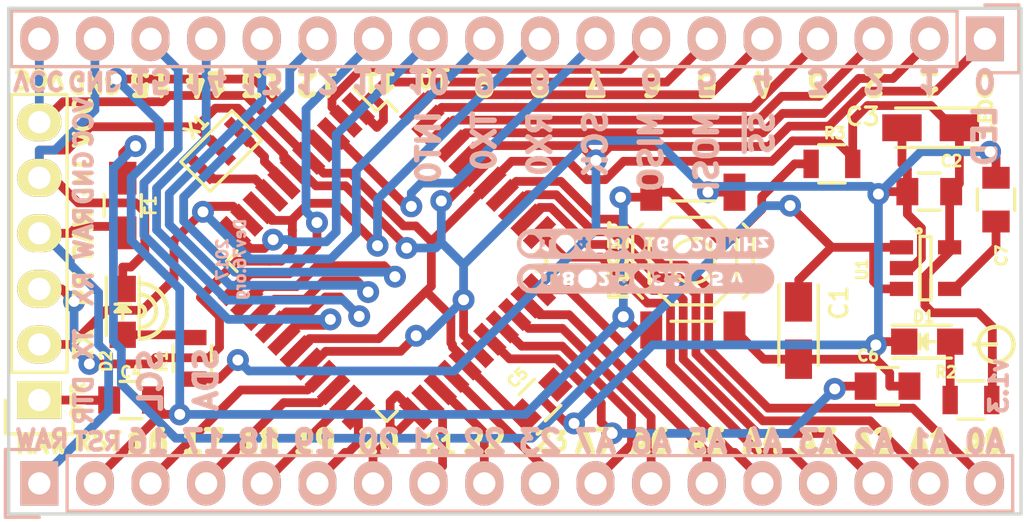
<source format=kicad_pcb>
(kicad_pcb (version 20171130) (host pcbnew "(5.1.12)-1")
  (title_block (title Mightyduino) (date 2017-01-07) (rev 1.3) (company dev76.org))
  (layers (0 F.Cu signal) (31 B.Cu signal) (34 B.Paste user hide) (35 F.Paste user hide) (36 B.SilkS user hide) (37 F.SilkS user hide) (38 B.Mask user hide) (39 F.Mask user hide) (44 Edge.Cuts user))
  (net 0 "")
  (net 1 "Net-(C1-Pad1)")
  (net 2 GND)
  (net 3 VCC)
  (net 4 /RESET)
  (net 5 /DTR)
  (net 6 "Net-(C6-Pad1)")
  (net 7 "Net-(D1-Pad2)")
  (net 8 "Net-(D2-Pad2)")
  (net 9 /RAW)
  (net 10 /D5)
  (net 11 /D6)
  (net 12 /D7)
  (net 13 "Net-(IC1-Pad7)")
  (net 14 "Net-(IC1-Pad8)")
  (net 15 /D8)
  (net 16 /D9)
  (net 17 /D10)
  (net 18 /D11)
  (net 19 /D12)
  (net 20 /D13)
  (net 21 /D14)
  (net 22 /D15)
  (net 23 /D16)
  (net 24 /D17)
  (net 25 /D18)
  (net 26 /D19)
  (net 27 /D20)
  (net 28 /D21)
  (net 29 /D22)
  (net 30 /D23)
  (net 31 /A7)
  (net 32 /A6)
  (net 33 /A5)
  (net 34 /A4)
  (net 35 /A3)
  (net 36 /A2)
  (net 37 /A1)
  (net 38 /A0)
  (net 39 /D0)
  (net 40 /D1)
  (net 41 /D2)
  (net 42 /D3)
  (net 43 /D4)
  (net 44 "Net-(C7-Pad1)")
  (module Capacitors_SMD:C_0805 (layer F.Cu) (at 170.18 107.315 180)
    (fp_text reference C2 (at -1.016 1.397 180) (layer F.SilkS) (effects (font (size 0.5 0.5) (thickness 0.125))))
    (fp_text value 100n)
    (pad 1 smd rect (at -1 0 180) (size 1 1.25) (layers F.Cu F.Paste F.Mask) (net 3 VCC))
    (pad 2 smd rect (at 1 0 180) (size 1 1.25) (layers F.Cu F.Paste F.Mask) (net 2 GND))
  )
  (module Capacitors_SMD:C_0805 (layer F.Cu) (at 152.4 116.84 45)
    (fp_text reference C5 (at 0 -1.436841 45) (layer F.SilkS) (effects (font (size 0.5 0.5) (thickness 0.125))))
    (fp_text value 100n)
    (pad 1 smd rect (at -1 0 45) (size 1 1.25) (layers F.Cu F.Paste F.Mask) (net 3 VCC))
    (pad 2 smd rect (at 1 0 45) (size 1 1.25) (layers F.Cu F.Paste F.Mask) (net 2 GND))
  )
  (module Capacitors_SMD:C_0805 (layer F.Cu) (at 168.275 116.205)
    (fp_text reference C6 (at -0.889 -1.397) (layer F.SilkS) (effects (font (size 0.5 0.5) (thickness 0.125))))
    (fp_text value 100n)
    (pad 1 smd rect (at -1 0) (size 1 1.25) (layers F.Cu F.Paste F.Mask) (net 6 "Net-(C6-Pad1)"))
    (pad 2 smd rect (at 1 0) (size 1 1.25) (layers F.Cu F.Paste F.Mask) (net 2 GND))
  )
  (module LEDs:LED_0805 (layer F.Cu) (at 133.35 112.809 270)
    (fp_text reference D2 (at 2.25298 0.762 270) (layer F.SilkS) (effects (font (size 0.5 0.5) (thickness 0.125))))
    (fp_text value blue)
    (pad 2 smd rect (at 1.04902 0 90) (size 1.19888 1.19888) (layers F.Cu F.Paste F.Mask) (net 8 "Net-(D2-Pad2)"))
    (pad 1 smd rect (at -1.04902 0 90) (size 1.19888 1.19888) (layers F.Cu F.Paste F.Mask) (net 2 GND))
  )
  (module Capacitors_SMD:C_0805_HandSoldering (layer F.Cu) (at 133.35 107.95 90)
    (fp_text reference F1 (at 0 1.27 90) (layer F.SilkS) (effects (font (size 0.5 0.5) (thickness 0.125))))
    (fp_text value 500mA hide)
    (pad 1 smd rect (at -1.25 0 90) (size 1.5 1.25) (layers F.Cu F.Paste F.Mask) (net 9 /RAW))
    (pad 2 smd rect (at 1.25 0 90) (size 1.5 1.25) (layers F.Cu F.Paste F.Mask) (net 1 "Net-(C1-Pad1)"))
  )
  (module Housings_QFP:LQFP-44_10x10mm_Pitch0.8mm (layer F.Cu) (at 145.415 110.49 315)
    (fp_text reference IC1 hide)
    (fp_text value ATMEGA644P-A hide)
    (pad 1 smd rect (at -5.85 -4 315) (size 1.6 0.56) (layers F.Cu F.Paste F.Mask) (net 10 /D5))
    (pad 2 smd rect (at -5.85 -3.2 315) (size 1.6 0.56) (layers F.Cu F.Paste F.Mask) (net 11 /D6))
    (pad 3 smd rect (at -5.85 -2.4 315) (size 1.6 0.56) (layers F.Cu F.Paste F.Mask) (net 12 /D7))
    (pad 4 smd rect (at -5.85 -1.6 315) (size 1.6 0.56) (layers F.Cu F.Paste F.Mask) (net 4 /RESET))
    (pad 5 smd rect (at -5.85 -0.8 315) (size 1.6 0.56) (layers F.Cu F.Paste F.Mask) (net 3 VCC))
    (pad 6 smd rect (at -5.85 0 315) (size 1.6 0.56) (layers F.Cu F.Paste F.Mask) (net 2 GND))
    (pad 7 smd rect (at -5.85 0.8 315) (size 1.6 0.56) (layers F.Cu F.Paste F.Mask) (net 13 "Net-(IC1-Pad7)"))
    (pad 8 smd rect (at -5.85 1.6 315) (size 1.6 0.56) (layers F.Cu F.Paste F.Mask) (net 14 "Net-(IC1-Pad8)"))
    (pad 9 smd rect (at -5.85 2.4 315) (size 1.6 0.56) (layers F.Cu F.Paste F.Mask) (net 15 /D8))
    (pad 10 smd rect (at -5.85 3.2 315) (size 1.6 0.56) (layers F.Cu F.Paste F.Mask) (net 16 /D9))
    (pad 11 smd rect (at -5.85 4 315) (size 1.6 0.56) (layers F.Cu F.Paste F.Mask) (net 17 /D10))
    (pad 12 smd rect (at -4 5.85 45) (size 1.6 0.56) (layers F.Cu F.Paste F.Mask) (net 18 /D11))
    (pad 13 smd rect (at -3.2 5.85 45) (size 1.6 0.56) (layers F.Cu F.Paste F.Mask) (net 19 /D12))
    (pad 14 smd rect (at -2.4 5.85 45) (size 1.6 0.56) (layers F.Cu F.Paste F.Mask) (net 20 /D13))
    (pad 15 smd rect (at -1.6 5.85 45) (size 1.6 0.56) (layers F.Cu F.Paste F.Mask) (net 21 /D14))
    (pad 16 smd rect (at -0.8 5.85 45) (size 1.6 0.56) (layers F.Cu F.Paste F.Mask) (net 22 /D15))
    (pad 17 smd rect (at 0 5.85 45) (size 1.6 0.56) (layers F.Cu F.Paste F.Mask) (net 3 VCC))
    (pad 18 smd rect (at 0.8 5.85 45) (size 1.6 0.56) (layers F.Cu F.Paste F.Mask) (net 2 GND))
    (pad 19 smd rect (at 1.6 5.85 45) (size 1.6 0.56) (layers F.Cu F.Paste F.Mask) (net 23 /D16))
    (pad 20 smd rect (at 2.4 5.85 45) (size 1.6 0.56) (layers F.Cu F.Paste F.Mask) (net 24 /D17))
    (pad 21 smd rect (at 3.2 5.85 45) (size 1.6 0.56) (layers F.Cu F.Paste F.Mask) (net 25 /D18))
    (pad 22 smd rect (at 4 5.85 45) (size 1.6 0.56) (layers F.Cu F.Paste F.Mask) (net 26 /D19))
    (pad 23 smd rect (at 5.85 4 315) (size 1.6 0.56) (layers F.Cu F.Paste F.Mask) (net 27 /D20))
    (pad 24 smd rect (at 5.85 3.2 315) (size 1.6 0.56) (layers F.Cu F.Paste F.Mask) (net 28 /D21))
    (pad 25 smd rect (at 5.85 2.4 315) (size 1.6 0.56) (layers F.Cu F.Paste F.Mask) (net 29 /D22))
    (pad 26 smd rect (at 5.85 1.6 315) (size 1.6 0.56) (layers F.Cu F.Paste F.Mask) (net 30 /D23))
    (pad 27 smd rect (at 5.85 0.8 315) (size 1.6 0.56) (layers F.Cu F.Paste F.Mask) (net 3 VCC))
    (pad 28 smd rect (at 5.85 0 315) (size 1.6 0.56) (layers F.Cu F.Paste F.Mask) (net 2 GND))
    (pad 29 smd rect (at 5.85 -0.8 315) (size 1.6 0.56) (layers F.Cu F.Paste F.Mask) (net 6 "Net-(C6-Pad1)"))
    (pad 30 smd rect (at 5.85 -1.6 315) (size 1.6 0.56) (layers F.Cu F.Paste F.Mask) (net 31 /A7))
    (pad 31 smd rect (at 5.85 -2.4 315) (size 1.6 0.56) (layers F.Cu F.Paste F.Mask) (net 32 /A6))
    (pad 32 smd rect (at 5.85 -3.2 315) (size 1.6 0.56) (layers F.Cu F.Paste F.Mask) (net 33 /A5))
    (pad 33 smd rect (at 5.85 -4 315) (size 1.6 0.56) (layers F.Cu F.Paste F.Mask) (net 34 /A4))
    (pad 34 smd rect (at 4 -5.85 45) (size 1.6 0.56) (layers F.Cu F.Paste F.Mask) (net 35 /A3))
    (pad 35 smd rect (at 3.2 -5.85 45) (size 1.6 0.56) (layers F.Cu F.Paste F.Mask) (net 36 /A2))
    (pad 36 smd rect (at 2.4 -5.85 45) (size 1.6 0.56) (layers F.Cu F.Paste F.Mask) (net 37 /A1))
    (pad 37 smd rect (at 1.6 -5.85 45) (size 1.6 0.56) (layers F.Cu F.Paste F.Mask) (net 38 /A0))
    (pad 38 smd rect (at 0.8 -5.85 45) (size 1.6 0.56) (layers F.Cu F.Paste F.Mask) (net 3 VCC))
    (pad 39 smd rect (at 0 -5.85 45) (size 1.6 0.56) (layers F.Cu F.Paste F.Mask) (net 2 GND))
    (pad 40 smd rect (at -0.8 -5.85 45) (size 1.6 0.56) (layers F.Cu F.Paste F.Mask) (net 39 /D0))
    (pad 41 smd rect (at -1.6 -5.85 45) (size 1.6 0.56) (layers F.Cu F.Paste F.Mask) (net 40 /D1))
    (pad 42 smd rect (at -2.4 -5.85 45) (size 1.6 0.56) (layers F.Cu F.Paste F.Mask) (net 41 /D2))
    (pad 43 smd rect (at -3.2 -5.85 45) (size 1.6 0.56) (layers F.Cu F.Paste F.Mask) (net 42 /D3))
    (pad 44 smd rect (at -4 -5.85 45) (size 1.6 0.56) (layers F.Cu F.Paste F.Mask) (net 43 /D4))
  )
  (module Pin_Headers:Pin_Header_Straight_1x18 (layer B.Cu) (at 172.72 100.33 90)
    (fp_text reference P1 hide)
    (fp_text value CONN_01X18)
    (pad 1 thru_hole rect (at 0 0 90) (size 2.032 1.7272) (drill 1.016) (layers *.Cu *.Mask B.SilkS) (net 39 /D0))
    (pad 2 thru_hole oval (at 0 -2.54 90) (size 2.032 1.7272) (drill 1.016) (layers *.Cu *.Mask B.SilkS) (net 40 /D1))
    (pad 3 thru_hole oval (at 0 -5.08 90) (size 2.032 1.7272) (drill 1.016) (layers *.Cu *.Mask B.SilkS) (net 41 /D2))
    (pad 4 thru_hole oval (at 0 -7.62 90) (size 2.032 1.7272) (drill 1.016) (layers *.Cu *.Mask B.SilkS) (net 42 /D3))
    (pad 5 thru_hole oval (at 0 -10.16 90) (size 2.032 1.7272) (drill 1.016) (layers *.Cu *.Mask B.SilkS) (net 43 /D4))
    (pad 6 thru_hole oval (at 0 -12.7 90) (size 2.032 1.7272) (drill 1.016) (layers *.Cu *.Mask B.SilkS) (net 10 /D5))
    (pad 7 thru_hole oval (at 0 -15.24 90) (size 2.032 1.7272) (drill 1.016) (layers *.Cu *.Mask B.SilkS) (net 11 /D6))
    (pad 8 thru_hole oval (at 0 -17.78 90) (size 2.032 1.7272) (drill 1.016) (layers *.Cu *.Mask B.SilkS) (net 12 /D7))
    (pad 9 thru_hole oval (at 0 -20.32 90) (size 2.032 1.7272) (drill 1.016) (layers *.Cu *.Mask B.SilkS) (net 15 /D8))
    (pad 10 thru_hole oval (at 0 -22.86 90) (size 2.032 1.7272) (drill 1.016) (layers *.Cu *.Mask B.SilkS) (net 16 /D9))
    (pad 11 thru_hole oval (at 0 -25.4 90) (size 2.032 1.7272) (drill 1.016) (layers *.Cu *.Mask B.SilkS) (net 17 /D10))
    (pad 12 thru_hole oval (at 0 -27.94 90) (size 2.032 1.7272) (drill 1.016) (layers *.Cu *.Mask B.SilkS) (net 18 /D11))
    (pad 13 thru_hole oval (at 0 -30.48 90) (size 2.032 1.7272) (drill 1.016) (layers *.Cu *.Mask B.SilkS) (net 19 /D12))
    (pad 14 thru_hole oval (at 0 -33.02 90) (size 2.032 1.7272) (drill 1.016) (layers *.Cu *.Mask B.SilkS) (net 20 /D13))
    (pad 15 thru_hole oval (at 0 -35.56 90) (size 2.032 1.7272) (drill 1.016) (layers *.Cu *.Mask B.SilkS) (net 21 /D14))
    (pad 16 thru_hole oval (at 0 -38.1 90) (size 2.032 1.7272) (drill 1.016) (layers *.Cu *.Mask B.SilkS) (net 22 /D15))
    (pad 17 thru_hole oval (at 0 -40.64 90) (size 2.032 1.7272) (drill 1.016) (layers *.Cu *.Mask B.SilkS) (net 2 GND))
    (pad 18 thru_hole oval (at 0 -43.18 90) (size 2.032 1.7272) (drill 1.016) (layers *.Cu *.Mask B.SilkS) (net 3 VCC))
  )
  (module Pin_Headers:Pin_Header_Straight_1x06 (layer F.Cu) (at 129.54 116.84 180)
    (fp_text reference P2 hide)
    (fp_text value CONN_01X06)
    (pad 1 thru_hole rect (at 0 0 180) (size 2.032 1.7272) (drill 1.016) (layers *.Cu *.Mask F.SilkS) (net 5 /DTR))
    (pad 2 thru_hole oval (at 0 2.54 180) (size 2.032 1.7272) (drill 1.016) (layers *.Cu *.Mask F.SilkS) (net 16 /D9))
    (pad 3 thru_hole oval (at 0 5.08 180) (size 2.032 1.7272) (drill 1.016) (layers *.Cu *.Mask F.SilkS) (net 15 /D8))
    (pad 4 thru_hole oval (at 0 7.62 180) (size 2.032 1.7272) (drill 1.016) (layers *.Cu *.Mask F.SilkS) (net 9 /RAW))
    (pad 5 thru_hole oval (at 0 10.16 180) (size 2.032 1.7272) (drill 1.016) (layers *.Cu *.Mask F.SilkS) (net 2 GND))
    (pad 6 thru_hole oval (at 0 12.7 180) (size 2.032 1.7272) (drill 1.016) (layers *.Cu *.Mask F.SilkS) (net 3 VCC))
  )
  (module Pin_Headers:Pin_Header_Straight_1x18 (layer B.Cu) (at 129.54 120.65 270)
    (fp_text reference P3 hide)
    (fp_text value CONN_01X18)
    (pad 1 thru_hole rect (at 0 0 270) (size 2.032 1.7272) (drill 1.016) (layers *.Cu *.Mask B.SilkS) (net 9 /RAW))
    (pad 2 thru_hole oval (at 0 -2.54 270) (size 2.032 1.7272) (drill 1.016) (layers *.Cu *.Mask B.SilkS) (net 4 /RESET))
    (pad 3 thru_hole oval (at 0 -5.08 270) (size 2.032 1.7272) (drill 1.016) (layers *.Cu *.Mask B.SilkS) (net 23 /D16))
    (pad 4 thru_hole oval (at 0 -7.62 270) (size 2.032 1.7272) (drill 1.016) (layers *.Cu *.Mask B.SilkS) (net 24 /D17))
    (pad 5 thru_hole oval (at 0 -10.16 270) (size 2.032 1.7272) (drill 1.016) (layers *.Cu *.Mask B.SilkS) (net 25 /D18))
    (pad 6 thru_hole oval (at 0 -12.7 270) (size 2.032 1.7272) (drill 1.016) (layers *.Cu *.Mask B.SilkS) (net 26 /D19))
    (pad 7 thru_hole oval (at 0 -15.24 270) (size 2.032 1.7272) (drill 1.016) (layers *.Cu *.Mask B.SilkS) (net 27 /D20))
    (pad 8 thru_hole oval (at 0 -17.78 270) (size 2.032 1.7272) (drill 1.016) (layers *.Cu *.Mask B.SilkS) (net 28 /D21))
    (pad 9 thru_hole oval (at 0 -20.32 270) (size 2.032 1.7272) (drill 1.016) (layers *.Cu *.Mask B.SilkS) (net 29 /D22))
    (pad 10 thru_hole oval (at 0 -22.86 270) (size 2.032 1.7272) (drill 1.016) (layers *.Cu *.Mask B.SilkS) (net 30 /D23))
    (pad 11 thru_hole oval (at 0 -25.4 270) (size 2.032 1.7272) (drill 1.016) (layers *.Cu *.Mask B.SilkS) (net 31 /A7))
    (pad 12 thru_hole oval (at 0 -27.94 270) (size 2.032 1.7272) (drill 1.016) (layers *.Cu *.Mask B.SilkS) (net 32 /A6))
    (pad 13 thru_hole oval (at 0 -30.48 270) (size 2.032 1.7272) (drill 1.016) (layers *.Cu *.Mask B.SilkS) (net 33 /A5))
    (pad 14 thru_hole oval (at 0 -33.02 270) (size 2.032 1.7272) (drill 1.016) (layers *.Cu *.Mask B.SilkS) (net 34 /A4))
    (pad 15 thru_hole oval (at 0 -35.56 270) (size 2.032 1.7272) (drill 1.016) (layers *.Cu *.Mask B.SilkS) (net 35 /A3))
    (pad 16 thru_hole oval (at 0 -38.1 270) (size 2.032 1.7272) (drill 1.016) (layers *.Cu *.Mask B.SilkS) (net 36 /A2))
    (pad 17 thru_hole oval (at 0 -40.64 270) (size 2.032 1.7272) (drill 1.016) (layers *.Cu *.Mask B.SilkS) (net 37 /A1))
    (pad 18 thru_hole oval (at 0 -43.18 270) (size 2.032 1.7272) (drill 1.016) (layers *.Cu *.Mask B.SilkS) (net 38 /A0))
  )
  (module Resistors_SMD:R_0805 (layer F.Cu) (at 136.525 114.935 270)
    (fp_text reference R1 (at 0.127 1.397 270) (layer F.SilkS) (effects (font (size 0.5 0.5) (thickness 0.125))))
    (fp_text value 330)
    (pad 1 smd rect (at -0.95 0 270) (size 0.7 1.3) (layers F.Cu F.Paste F.Mask) (net 8 "Net-(D2-Pad2)"))
    (pad 2 smd rect (at 0.95 0 270) (size 0.7 1.3) (layers F.Cu F.Paste F.Mask) (net 39 /D0))
  )
  (module Resistors_SMD:R_0805 (layer F.Cu) (at 172.085 116.84)
    (fp_text reference R2 (at -1.143 -1.27) (layer F.SilkS) (effects (font (size 0.5 0.5) (thickness 0.125))))
    (fp_text value 330)
    (pad 1 smd rect (at -0.95 0) (size 0.7 1.3) (layers F.Cu F.Paste F.Mask) (net 7 "Net-(D1-Pad2)"))
    (pad 2 smd rect (at 0.95 0) (size 0.7 1.3) (layers F.Cu F.Paste F.Mask) (net 3 VCC))
  )
  (module Resistors_SMD:R_0805 (layer F.Cu) (at 165.735 106.045 180)
    (fp_text reference R3 (at -0.127 1.397 180) (layer F.SilkS) (effects (font (size 0.5 0.5) (thickness 0.125))))
    (fp_text value 10k)
    (pad 1 smd rect (at -0.95 0 180) (size 0.7 1.3) (layers F.Cu F.Paste F.Mask) (net 3 VCC))
    (pad 2 smd rect (at 0.95 0 180) (size 0.7 1.3) (layers F.Cu F.Paste F.Mask) (net 4 /RESET))
  )
  (module Buttons_Switches_SMD:SW_SPST_TL3342 (layer F.Cu) (at 159.385 110.49 270)
    (fp_text reference SW1 hide)
    (fp_text value RESET)
    (pad 1 smd rect (at -3.15 -1.9 270) (size 1.7 1) (layers F.Cu F.Paste F.Mask) (net 2 GND))
    (pad 1 smd rect (at 3.15 -1.9 270) (size 1.7 1) (layers F.Cu F.Paste F.Mask) (net 2 GND))
    (pad 2 smd rect (at -3.15 1.9 270) (size 1.7 1) (layers F.Cu F.Paste F.Mask) (net 4 /RESET))
    (pad 2 smd rect (at 3.15 1.9 270) (size 1.7 1) (layers F.Cu F.Paste F.Mask) (net 4 /RESET))
  )
  (module parts:CSTCEv2 (layer F.Cu) (at 137.795 105.41 225)
    (fp_text reference X1 (at 0 1.524 225) (layer F.SilkS) (effects (font (size 0.6 0.6))))
    (fp_text value "CSTCE 16MHZ" hide)
    (pad 3 smd rect (at 0 -0.0365 225) (size 0.5 1.5) (layers F.Cu F.Paste F.Mask) (net 2 GND))
    (pad 2 smd rect (at 1.2 -0.0365 225) (size 0.5 1.5) (layers F.Cu F.Paste F.Mask) (net 14 "Net-(IC1-Pad8)"))
    (pad 1 smd rect (at -1.2 -0.0365 225) (size 0.5 1.5) (layers F.Cu F.Paste F.Mask) (net 13 "Net-(IC1-Pad7)"))
  )
  (module Capacitors_SMD:C_0805 (layer F.Cu) (at 173.228 107.68 90)
    (fp_text reference C7 (at -2.556 0.254 90) (layer F.SilkS) (effects (font (size 0.5 0.5) (thickness 0.125))))
    (fp_text value 470p)
    (pad 1 smd rect (at -1 0 90) (size 1 1.25) (layers F.Cu F.Paste F.Mask) (net 44 "Net-(C7-Pad1)"))
    (pad 2 smd rect (at 1 0 90) (size 1 1.25) (layers F.Cu F.Paste F.Mask) (net 2 GND))
  )
  (module TO_SOT_Packages_SMD:SOT-23-5 (layer F.Cu) (at 170.01 110.81)
    (fp_text reference U1 (at -2.9034 0.061 90) (layer F.SilkS) (effects (font (size 0.5 0.5) (thickness 0.125))))
    (fp_text value MIC5219-3.3YM5 hide)
    (pad 1 smd rect (at -1.1 -0.95) (size 1.06 0.65) (layers F.Cu F.Paste F.Mask) (net 1 "Net-(C1-Pad1)"))
    (pad 2 smd rect (at -1.1 0) (size 1.06 0.65) (layers F.Cu F.Paste F.Mask) (net 2 GND))
    (pad 3 smd rect (at -1.1 0.95) (size 1.06 0.65) (layers F.Cu F.Paste F.Mask) (net 1 "Net-(C1-Pad1)"))
    (pad 4 smd rect (at 1.1 0.95) (size 1.06 0.65) (layers F.Cu F.Paste F.Mask) (net 44 "Net-(C7-Pad1)"))
    (pad 5 smd rect (at 1.1 -0.95) (size 1.06 0.65) (layers F.Cu F.Paste F.Mask) (net 3 VCC))
  )
  (module Capacitors_SMD:C_0805 (layer F.Cu) (at 133.731 116.84 180)
    (fp_text reference C4 (at 0 1.27 180) (layer F.SilkS) (effects (font (size 0.5 0.5) (thickness 0.125))))
    (fp_text value 100n)
    (pad 1 smd rect (at -1 0 180) (size 1 1.25) (layers F.Cu F.Paste F.Mask) (net 4 /RESET))
    (pad 2 smd rect (at 1 0 180) (size 1 1.25) (layers F.Cu F.Paste F.Mask) (net 5 /DTR))
  )
  (module LEDs:LED_0805 (layer F.Cu) (at 170.086 114.173)
    (fp_text reference D1 (at -0.16002 -1.143) (layer F.SilkS) (effects (font (size 0.5 0.5) (thickness 0.125))))
    (fp_text value red)
    (pad 2 smd rect (at 1.04902 0 180) (size 1.19888 1.19888) (layers F.Cu F.Paste F.Mask) (net 7 "Net-(D1-Pad2)"))
    (pad 1 smd rect (at -1.04902 0 180) (size 1.19888 1.19888) (layers F.Cu F.Paste F.Mask) (net 2 GND))
  )
  (module parts:logo_small_solder_mask (layer B.Cu) (at 168.91 110.49 270)
    (fp_text reference G***_4 hide)
    (fp_text value LOGO hide)
  )
  (module parts:dev76logo (layer B.Cu) (at 161.29 115.57 180)
    (fp_text reference G***_3 hide)
    (fp_text value LOGO hide)
  )
  (module parts:logo_oshw (layer B.Cu) (at 163.576 113.792 180)
    (fp_text reference G***_2 hide)
    (fp_text value LOGO hide)
  )
  (module parts:specs (layer B.Cu) (at 157.226 110.49)
    (fp_text reference G*** hide)
    (fp_text value LOGO hide)
  )
  (module Capacitors_Tantalum_SMD:TantalC_SizeA_EIA-3216_Reflow (layer F.Cu) (at 164.211 113.665 270)
    (fp_text reference C1 (at -1.27 -1.8415 270) (layer F.SilkS) (effects (font (size 0.8 0.8))))
    (fp_text value 10u)
    (pad 2 smd rect (at 1.31 0 270) (size 1.8 1.23) (layers F.Cu F.Paste F.Mask) (net 2 GND))
    (pad 1 smd rect (at -1.31 0 270) (size 1.8 1.23) (layers F.Cu F.Paste F.Mask) (net 1 "Net-(C1-Pad1)"))
  )
  (module Capacitors_Tantalum_SMD:TantalC_SizeA_EIA-3216_Reflow (layer F.Cu) (at 170.244 104.394 180)
    (fp_text reference C3 (at 3.1115 0.508 180) (layer F.SilkS) (effects (font (size 0.8 0.8))))
    (fp_text value 10u)
    (pad 2 smd rect (at 1.31 0 180) (size 1.8 1.23) (layers F.Cu F.Paste F.Mask) (net 2 GND))
    (pad 1 smd rect (at -1.31 0 180) (size 1.8 1.23) (layers F.Cu F.Paste F.Mask) (net 3 VCC))
  )
  (gr_line (start 172.212 114.3) (end 173.228 114.3) (layer F.SilkS) (width 0.2))
  (gr_line (start 128.143 98.933) (end 128.143 98.933) (layer Edge.Cuts) (width 0.15))
  (gr_line (start 128.143 122.047) (end 128.143 98.933) (layer Edge.Cuts) (width 0.15))
  (gr_line (start 174.371 122.047) (end 128.143 122.047) (layer Edge.Cuts) (width 0.15))
  (gr_line (start 174.371 98.933) (end 174.371 122.047) (layer Edge.Cuts) (width 0.15))
  (gr_line (start 128.143 98.933) (end 174.371 98.933) (layer Edge.Cuts) (width 0.15))
  (gr_circle (center 173.228 114.3) (end 173.482 113.538) (layer F.SilkS) (width 0.2))
  (gr_arc (start 134.112 112.776) (end 134.112 111.506) (angle 180) (layer F.SilkS) (width 0.2))
  (gr_arc (start 134.112 112.776) (end 134.112 112.014) (angle 180) (layer F.SilkS) (width 0.2))
  (gr_arc (start 134.112 112.776) (end 134.112 112.522) (angle 161.5650512) (layer F.SilkS) (width 0.2))
  (gr_text v1.3 (at 173.355 116.205 90) (layer B.SilkS) (effects (font (size 0.8 0.8) (thickness 0.2)) (justify mirror)))
  (gr_text "2017\nDev76.org" (at 138.303 110.4138 90) (layer B.SilkS) (effects (font (size 0.5 0.5) (thickness 0.125)) (justify mirror)))
  (gr_text ~SS (at 162.56 103.505 90) (layer B.SilkS) (effects (font (size 1 1) (thickness 0.25)) (justify left mirror)))
  (gr_text INT0 (at 147.32 103.505 90) (layer B.SilkS) (effects (font (size 1 1) (thickness 0.25)) (justify left mirror)))
  (gr_text TX0 (at 149.86 103.505 90) (layer B.SilkS) (effects (font (size 1 1) (thickness 0.25)) (justify left mirror)))
  (gr_text RX0 (at 152.4 103.505 90) (layer B.SilkS) (effects (font (size 1 1) (thickness 0.25)) (justify left mirror)))
  (gr_text SDA (at 137.16 117.475 90) (layer B.SilkS) (effects (font (size 1 1) (thickness 0.25)) (justify right mirror)))
  (gr_text SCL (at 134.62 117.475 90) (layer B.SilkS) (effects (font (size 1 1) (thickness 0.25)) (justify right mirror)))
  (gr_text SCK (at 154.94 103.505 90) (layer B.SilkS) (effects (font (size 1 1) (thickness 0.25)) (justify left mirror)))
  (gr_text MISO (at 157.48 103.505 90) (layer B.SilkS) (effects (font (size 1 1) (thickness 0.25)) (justify left mirror)))
  (gr_text MOSI (at 160.02 103.505 90) (layer B.SilkS) (effects (font (size 1 1) (thickness 0.25)) (justify left mirror)))
  (gr_text LED (at 172.7708 103.886 90) (layer F.SilkS) (effects (font (size 0.6 0.6))))
  (gr_text LED (at 172.72 104.775 90) (layer B.SilkS) (effects (font (size 1 1) (thickness 0.25)) (justify mirror)))
  (gr_text 21 (at 147.32 118.745) (layer B.SilkS) (effects (font (size 1 1) (thickness 0.25)) (justify mirror)))
  (gr_text 23 (at 152.4 118.745) (layer B.SilkS) (effects (font (size 1 1) (thickness 0.25)) (justify mirror)))
  (gr_text 10 (at 147.32 102.235 180) (layer B.SilkS) (effects (font (size 1 1) (thickness 0.25)) (justify mirror)))
  (gr_text 11 (at 144.78 102.235 180) (layer B.SilkS) (effects (font (size 1 1) (thickness 0.25)) (justify mirror)))
  (gr_text GND (at 132.08 102.235 180) (layer B.SilkS) (effects (font (size 0.8 0.8) (thickness 0.2)) (justify mirror)))
  (gr_text VCC (at 129.5146 102.235 180) (layer B.SilkS) (effects (font (size 0.8 0.8) (thickness 0.2)) (justify mirror)))
  (gr_text 15 (at 134.62 102.235 180) (layer B.SilkS) (effects (font (size 1 1) (thickness 0.25)) (justify mirror)))
  (gr_text 2 (at 167.64 102.235 180) (layer B.SilkS) (effects (font (size 1 1) (thickness 0.25)) (justify mirror)))
  (gr_text 3 (at 165.1 102.235 180) (layer B.SilkS) (effects (font (size 1 1) (thickness 0.25)) (justify mirror)))
  (gr_text 1 (at 170.18 102.235 180) (layer B.SilkS) (effects (font (size 1 1) (thickness 0.25)) (justify mirror)))
  (gr_text 0 (at 172.72 102.235 180) (layer B.SilkS) (effects (font (size 1 1) (thickness 0.25)) (justify mirror)))
  (gr_text 13 (at 139.7 102.235 180) (layer B.SilkS) (effects (font (size 1 1) (thickness 0.25)) (justify mirror)))
  (gr_text 14 (at 137.16 102.235 180) (layer B.SilkS) (effects (font (size 1 1) (thickness 0.25)) (justify mirror)))
  (gr_text 12 (at 142.24 102.235 180) (layer B.SilkS) (effects (font (size 1 1) (thickness 0.25)) (justify mirror)))
  (gr_text 9 (at 149.86 102.235 180) (layer B.SilkS) (effects (font (size 1 1) (thickness 0.25)) (justify mirror)))
  (gr_text 4 (at 162.56 102.235 180) (layer B.SilkS) (effects (font (size 1 1) (thickness 0.25)) (justify mirror)))
  (gr_text 5 (at 160.02 102.235 180) (layer B.SilkS) (effects (font (size 1 1) (thickness 0.25)) (justify mirror)))
  (gr_text 8 (at 152.4 102.235 180) (layer B.SilkS) (effects (font (size 1 1) (thickness 0.25)) (justify mirror)))
  (gr_text 6 (at 157.48 102.235 180) (layer B.SilkS) (effects (font (size 1 1) (thickness 0.25)) (justify mirror)))
  (gr_text 7 (at 154.94 102.235 180) (layer B.SilkS) (effects (font (size 1 1) (thickness 0.25)) (justify mirror)))
  (gr_text RAW (at 129.667 118.618) (layer B.SilkS) (effects (font (size 0.8 0.8) (thickness 0.2)) (justify mirror)))
  (gr_text RST (at 132.207 118.745) (layer B.SilkS) (effects (font (size 0.8 0.8) (thickness 0.2)) (justify mirror)))
  (gr_text A1 (at 170.18 118.745) (layer B.SilkS) (effects (font (size 1 1) (thickness 0.25)) (justify mirror)))
  (gr_text A0 (at 172.72 118.745) (layer B.SilkS) (effects (font (size 1 1) (thickness 0.25)) (justify mirror)))
  (gr_text A3 (at 165.1 118.745) (layer B.SilkS) (effects (font (size 1 1) (thickness 0.25)) (justify mirror)))
  (gr_text A2 (at 167.64 118.745) (layer B.SilkS) (effects (font (size 1 1) (thickness 0.25)) (justify mirror)))
  (gr_text 17 (at 137.033 118.745) (layer B.SilkS) (effects (font (size 1 1) (thickness 0.25)) (justify mirror)))
  (gr_text 18 (at 139.573 118.745) (layer B.SilkS) (effects (font (size 1 1) (thickness 0.25)) (justify mirror)))
  (gr_text 16 (at 134.493 118.745) (layer B.SilkS) (effects (font (size 1 1) (thickness 0.25)) (justify mirror)))
  (gr_text 19 (at 142.113 118.745) (layer B.SilkS) (effects (font (size 1 1) (thickness 0.25)) (justify mirror)))
  (gr_text 22 (at 149.86 118.745) (layer B.SilkS) (effects (font (size 1 1) (thickness 0.25)) (justify mirror)))
  (gr_text 20 (at 145.034 118.745) (layer B.SilkS) (effects (font (size 1 1) (thickness 0.25)) (justify mirror)))
  (gr_text A5 (at 160.02 118.745) (layer B.SilkS) (effects (font (size 1 1) (thickness 0.25)) (justify mirror)))
  (gr_text A4 (at 162.56 118.745) (layer B.SilkS) (effects (font (size 1 1) (thickness 0.25)) (justify mirror)))
  (gr_text A7 (at 154.94 118.745) (layer B.SilkS) (effects (font (size 1 1) (thickness 0.25)) (justify mirror)))
  (gr_text A6 (at 157.48 118.745) (layer B.SilkS) (effects (font (size 1 1) (thickness 0.25)) (justify mirror)))
  (gr_text RESET (at 156.0068 110.49 90) (layer F.SilkS) (effects (font (size 0.8 0.8) (thickness 0.2))))
  (gr_text RAW (at 131.561123 109.223181 90) (layer F.SilkS) (effects (font (size 0.8 0.8) (thickness 0.2))))
  (gr_text GND (at 131.561123 106.683181 90) (layer F.SilkS) (effects (font (size 0.8 0.8) (thickness 0.2))))
  (gr_text TX (at 131.561123 114.303181 90) (layer F.SilkS) (effects (font (size 0.8 0.8) (thickness 0.2))))
  (gr_text RX (at 131.561123 111.763181 90) (layer F.SilkS) (effects (font (size 0.8 0.8) (thickness 0.2))))
  (gr_text DTR (at 131.318 116.84 90) (layer F.SilkS) (effects (font (size 0.6 0.6))))
  (gr_text VCC (at 131.561123 104.143181 90) (layer F.SilkS) (effects (font (size 0.8 0.8) (thickness 0.2))))
  (gr_text DTR (at 131.572 116.84 90) (layer B.SilkS) (effects (font (size 0.8 0.8) (thickness 0.2)) (justify mirror)))
  (gr_text TX (at 131.572 114.3 90) (layer B.SilkS) (effects (font (size 0.8 0.8) (thickness 0.2)) (justify mirror)))
  (gr_text RX (at 131.572 111.76 90) (layer B.SilkS) (effects (font (size 0.8 0.8) (thickness 0.2)) (justify mirror)))
  (gr_text RAW (at 131.572 109.22 90) (layer B.SilkS) (effects (font (size 0.8 0.8) (thickness 0.2)) (justify mirror)))
  (gr_text GND (at 131.572 106.68 90) (layer B.SilkS) (effects (font (size 0.8 0.8) (thickness 0.2)) (justify mirror)))
  (gr_text VCC (at 131.572 104.14 90) (layer B.SilkS) (effects (font (size 0.8 0.8) (thickness 0.2)) (justify mirror)))
  (gr_text VCC (at 129.5146 102.1588 180) (layer F.SilkS) (effects (font (size 0.8 0.8) (thickness 0.2))))
  (gr_text GND (at 132.08 102.362 180) (layer F.SilkS) (effects (font (size 0.8 0.8) (thickness 0.2))))
  (gr_text 0 (at 172.72 102.362 180) (layer F.SilkS) (effects (font (size 1 1) (thickness 0.25))))
  (gr_text 1 (at 170.18 102.362 180) (layer F.SilkS) (effects (font (size 1 1) (thickness 0.25))))
  (gr_text 5 (at 160.02 102.362 180) (layer F.SilkS) (effects (font (size 1 1) (thickness 0.25))))
  (gr_text 4 (at 162.56 102.362 180) (layer F.SilkS) (effects (font (size 1 1) (thickness 0.25))))
  (gr_text 3 (at 165.1 102.362 180) (layer F.SilkS) (effects (font (size 1 1) (thickness 0.25))))
  (gr_text 2 (at 167.64 102.362 180) (layer F.SilkS) (effects (font (size 1 1) (thickness 0.25))))
  (gr_text 6 (at 157.48 102.362 180) (layer F.SilkS) (effects (font (size 1 1) (thickness 0.25))))
  (gr_text 7 (at 154.94 102.362 180) (layer F.SilkS) (effects (font (size 1 1) (thickness 0.25))))
  (gr_text 11 (at 145.0594 102.2985 180) (layer F.SilkS) (effects (font (size 0.8 0.8) (thickness 0.2))))
  (gr_text 9 (at 149.86 102.362 180) (layer F.SilkS) (effects (font (size 1 1) (thickness 0.25))))
  (gr_text 10 (at 147.574 102.108 180) (layer F.SilkS) (effects (font (size 0.8 0.8) (thickness 0.2))))
  (gr_text 8 (at 152.4 102.362 180) (layer F.SilkS) (effects (font (size 1 1) (thickness 0.25))))
  (gr_text 13 (at 139.7 102.362 180) (layer F.SilkS) (effects (font (size 1 1) (thickness 0.25))))
  (gr_text 12 (at 142.24 102.362 180) (layer F.SilkS) (effects (font (size 1 1) (thickness 0.25))))
  (gr_text 14 (at 137.16 102.362 180) (layer F.SilkS) (effects (font (size 1 1) (thickness 0.25))))
  (gr_text 15 (at 134.62 102.362 180) (layer F.SilkS) (effects (font (size 1 1) (thickness 0.25))))
  (gr_text RAW (at 129.667 118.872) (layer F.SilkS) (effects (font (size 0.8 0.8) (thickness 0.2))))
  (gr_text RST (at 132.207 118.745) (layer F.SilkS) (effects (font (size 0.8 0.8) (thickness 0.2))))
  (gr_text 17 (at 137.033 118.745) (layer F.SilkS) (effects (font (size 1 1) (thickness 0.25))))
  (gr_text 19 (at 142.113 118.745) (layer F.SilkS) (effects (font (size 1 1) (thickness 0.25))))
  (gr_text 16 (at 134.493 118.745) (layer F.SilkS) (effects (font (size 1 1) (thickness 0.25))))
  (gr_text 18 (at 139.573 118.745) (layer F.SilkS) (effects (font (size 1 1) (thickness 0.25))))
  (gr_text 21 (at 147.828 118.872) (layer F.SilkS) (effects (font (size 0.8 0.8) (thickness 0.2))))
  (gr_text 23 (at 152.908 118.745) (layer F.SilkS) (effects (font (size 0.8 0.8) (thickness 0.2))))
  (gr_text 20 (at 145.034 118.745) (layer F.SilkS) (effects (font (size 1 1) (thickness 0.25))))
  (gr_text 22 (at 149.86 118.745) (layer F.SilkS) (effects (font (size 1 1) (thickness 0.25))))
  (gr_text A6 (at 157.48 118.745) (layer F.SilkS) (effects (font (size 1 1) (thickness 0.25))))
  (gr_text A4 (at 162.56 118.745) (layer F.SilkS) (effects (font (size 1 1) (thickness 0.25))))
  (gr_text A7 (at 154.94 118.745) (layer F.SilkS) (effects (font (size 1 1) (thickness 0.25))))
  (gr_text A5 (at 160.02 118.745) (layer F.SilkS) (effects (font (size 1 1) (thickness 0.25))))
  (gr_text A3 (at 165.1 118.745) (layer F.SilkS) (effects (font (size 1 1) (thickness 0.25))))
  (gr_text A2 (at 167.64 118.745) (layer F.SilkS) (effects (font (size 1 1) (thickness 0.25))))
  (gr_text A1 (at 170.18 118.745) (layer F.SilkS) (effects (font (size 1 1) (thickness 0.25))))
  (gr_text A0 (at 172.72 118.745) (layer F.SilkS) (effects (font (size 1 1) (thickness 0.25))))
  (via (at 146.31416 109.89056) (size 1) (drill 0.5) (layers F.Cu B.Cu) (net 2))
  (via (at 146.7485 113.90376) (size 1) (drill 0.5) (layers F.Cu B.Cu) (net 2))
  (via (at 147.89658 107.74172) (size 1) (drill 0.5) (layers F.Cu B.Cu) (net 2))
  (segment (start 164.221 111.8895) (end 164.211 111.8995) (width 0.4) (layer F.Cu) (net 1))
  (segment (start 164.211 111.8995) (end 164.211 112.355) (width 0.4) (layer F.Cu) (net 1))
  (segment (start 164.221 111.8895) (end 164.221 111.349) (width 0.4) (layer F.Cu) (net 1))
  (segment (start 164.221 111.349) (end 165.71 109.86) (width 0.4) (layer F.Cu) (net 1))
  (segment (start 164.221 112.43) (end 164.221 111.8895) (width 0.4) (layer F.Cu) (net 1))
  (segment (start 167.64 109.86) (end 165.71 109.86) (width 0.4) (layer F.Cu) (net 1))
  (segment (start 168.91 109.86) (end 167.64 109.86) (width 0.4) (layer F.Cu) (net 1))
  (segment (start 163.836 107.97) (end 163.823 107.956) (width 0.4) (layer F.Cu) (net 1))
  (segment (start 133.35 106.7) (end 133.35 105.55) (width 0.4) (layer F.Cu) (net 1))
  (segment (start 133.35 105.55) (end 133.667 105.233) (width 0.4) (layer F.Cu) (net 1))
  (segment (start 133.667 105.233) (end 133.935 105.233) (width 0.4) (layer F.Cu) (net 1))
  (segment (start 165.71 109.86) (end 165.71 109.844) (width 0.4) (layer F.Cu) (net 1))
  (segment (start 165.71 109.844) (end 163.823 107.956) (width 0.4) (layer F.Cu) (net 1))
  (segment (start 168.91 111.76) (end 167.98 111.76) (width 0.4) (layer F.Cu) (net 1))
  (segment (start 167.98 111.76) (end 167.64 111.42) (width 0.4) (layer F.Cu) (net 1))
  (segment (start 167.64 111.42) (end 167.64 109.86) (width 0.4) (layer F.Cu) (net 1))
  (segment (start 163.823 107.956) (end 162.661 107.956) (width 0.4) (layer B.Cu) (net 1))
  (segment (start 162.661 107.956) (end 152.03 118.587) (width 0.4) (layer B.Cu) (net 1))
  (segment (start 152.03 118.587) (end 135.768 118.587) (width 0.4) (layer B.Cu) (net 1))
  (segment (start 135.768 118.587) (end 133.286 116.106) (width 0.4) (layer B.Cu) (net 1))
  (segment (start 133.286 116.106) (end 133.286 114.526) (width 0.4) (layer B.Cu) (net 1))
  (segment (start 133.286 114.526) (end 132.925 114.165) (width 0.4) (layer B.Cu) (net 1))
  (segment (start 132.925 114.165) (end 132.925 106.244) (width 0.4) (layer B.Cu) (net 1))
  (segment (start 132.925 106.244) (end 133.435 105.733) (width 0.4) (layer B.Cu) (net 1))
  (segment (start 133.435 105.733) (end 133.935 105.233) (width 0.4) (layer B.Cu) (net 1))
  (via (at 163.823 107.956) (size 1) (layers F.Cu B.Cu) (net 1))
  (via (at 133.935 105.233) (size 1) (layers F.Cu B.Cu) (net 1))
  (segment (start 160.0747 107.34) (end 157.7147 104.98) (width 0.4) (layer B.Cu) (net 2))
  (segment (start 157.7147 104.98) (end 154.5883 104.98) (width 0.4) (layer B.Cu) (net 2))
  (segment (start 154.5883 104.98) (end 148.9152 110.6531) (width 0.4) (layer B.Cu) (net 2))
  (segment (start 148.9152 110.6531) (end 148.9152 112.2574) (width 0.4) (layer B.Cu) (net 2))
  (segment (start 149.5516 114.6266) (end 149.5516 114.4951) (width 0.4) (layer F.Cu) (net 2))
  (segment (start 149.5516 114.4951) (end 148.9152 113.8587) (width 0.4) (layer F.Cu) (net 2))
  (segment (start 148.9152 113.8587) (end 148.9152 112.2574) (width 0.4) (layer F.Cu) (net 2))
  (segment (start 167.8575 107.4243) (end 167.5074 107.0742) (width 0.4) (layer B.Cu) (net 2))
  (segment (start 167.5074 107.0742) (end 160.3405 107.0742) (width 0.4) (layer B.Cu) (net 2))
  (segment (start 160.3405 107.0742) (end 160.0747 107.34) (width 0.4) (layer B.Cu) (net 2))
  (segment (start 169.18 107.315) (end 169.18 108.34) (width 0.4) (layer F.Cu) (net 2))
  (segment (start 169.18 108.34) (end 169.8202 108.9802) (width 0.4) (layer F.Cu) (net 2))
  (segment (start 169.8202 108.9802) (end 169.8202 110.3496) (width 0.4) (layer F.Cu) (net 2))
  (segment (start 169.8202 110.3496) (end 169.3598 110.81) (width 0.4) (layer F.Cu) (net 2))
  (segment (start 169.3598 110.81) (end 168.91 110.81) (width 0.4) (layer F.Cu) (net 2))
  (segment (start 168.73 107.315) (end 169.18 107.315) (width 0.4) (layer F.Cu) (net 2))
  (segment (start 168.73 107.315) (end 168.28 107.315) (width 0.4) (layer F.Cu) (net 2))
  (segment (start 152.4707 116.7693) (end 153.609 117.9076) (width 0.4) (layer F.Cu) (net 2))
  (segment (start 153.609 117.9076) (end 153.9604 117.9076) (width 0.4) (layer F.Cu) (net 2))
  (segment (start 167.7415 114.321) (end 157.547 114.321) (width 0.4) (layer B.Cu) (net 2))
  (segment (start 157.547 114.321) (end 153.9604 117.9076) (width 0.4) (layer B.Cu) (net 2))
  (segment (start 153.1071 116.1329) (end 152.4707 116.7693) (width 0.4) (layer F.Cu) (net 2))
  (segment (start 167.8575 107.4243) (end 167.8575 114.205) (width 0.4) (layer B.Cu) (net 2))
  (segment (start 167.8575 114.205) (end 167.7415 114.321) (width 0.4) (layer B.Cu) (net 2))
  (segment (start 168.0376 114.173) (end 167.8896 114.321) (width 0.4) (layer F.Cu) (net 2))
  (segment (start 167.8896 114.321) (end 167.7415 114.321) (width 0.4) (layer F.Cu) (net 2))
  (segment (start 167.7415 114.975) (end 167.7415 114.321) (width 0.4) (layer F.Cu) (net 2))
  (segment (start 173.228 106.68) (end 173.228 105.7606) (width 0.4) (layer F.Cu) (net 2))
  (segment (start 173.228 105.7606) (end 172.9567 105.4893) (width 0.4) (layer F.Cu) (net 2))
  (segment (start 167.8575 107.4243) (end 169.7925 105.4893) (width 0.4) (layer B.Cu) (net 2))
  (segment (start 169.7925 105.4893) (end 172.9567 105.4893) (width 0.4) (layer B.Cu) (net 2))
  (segment (start 167.7415 114.975) (end 168.375 115.6085) (width 0.4) (layer F.Cu) (net 2))
  (segment (start 168.375 115.6085) (end 168.375 116.205) (width 0.4) (layer F.Cu) (net 2))
  (segment (start 164.211 114.975) (end 167.7415 114.975) (width 0.4) (layer F.Cu) (net 2))
  (segment (start 169.275 116.205) (end 168.375 116.205) (width 0.4) (layer F.Cu) (net 2))
  (segment (start 133.35 111.76) (end 133.35 110.7606) (width 0.4) (layer F.Cu) (net 2))
  (segment (start 129.54 106.0482) (end 131.322 107.8302) (width 0.4) (layer F.Cu) (net 2))
  (segment (start 131.322 107.8302) (end 133.9409 107.8302) (width 0.4) (layer F.Cu) (net 2))
  (segment (start 133.9409 107.8302) (end 134.3552 108.2445) (width 0.4) (layer F.Cu) (net 2))
  (segment (start 134.3552 108.2445) (end 134.3552 110.1302) (width 0.4) (layer F.Cu) (net 2))
  (segment (start 134.3552 110.1302) (end 133.7248 110.7606) (width 0.4) (layer F.Cu) (net 2))
  (segment (start 133.7248 110.7606) (end 133.35 110.7606) (width 0.4) (layer F.Cu) (net 2))
  (segment (start 129.54 106.0482) (end 129.54 105.4164) (width 0.4) (layer F.Cu) (net 2))
  (segment (start 129.54 106.68) (end 129.54 106.0482) (width 0.4) (layer F.Cu) (net 2))
  (segment (start 129.54 106.68) (end 129.54 105.4164) (width 0.4) (layer B.Cu) (net 2))
  (segment (start 129.54 105.4164) (end 130.2508 105.4164) (width 0.4) (layer B.Cu) (net 2))
  (segment (start 130.2508 105.4164) (end 132.08 103.5872) (width 0.4) (layer B.Cu) (net 2))
  (segment (start 132.08 103.5872) (end 132.08 100.33) (width 0.4) (layer B.Cu) (net 2))
  (segment (start 161.285 107.34) (end 160.0747 107.34) (width 0.4) (layer F.Cu) (net 2))
  (segment (start 167.8575 107.4243) (end 168.1707 107.4243) (width 0.4) (layer F.Cu) (net 2))
  (segment (start 168.1707 107.4243) (end 168.28 107.315) (width 0.4) (layer F.Cu) (net 2))
  (segment (start 169.037 114.173) (end 168.0376 114.173) (width 0.4) (layer F.Cu) (net 2))
  (segment (start 161.285 113.64) (end 162.62 114.975) (width 0.4) (layer F.Cu) (net 2))
  (segment (start 162.62 114.975) (end 164.211 114.975) (width 0.4) (layer F.Cu) (net 2))
  (segment (start 137.8208 105.4358) (end 136.7335 104.3485) (width 0.4) (layer F.Cu) (net 2))
  (segment (start 136.7335 104.3485) (end 131.8715 104.3485) (width 0.4) (layer F.Cu) (net 2))
  (segment (start 131.8715 104.3485) (end 130.8036 105.4164) (width 0.4) (layer F.Cu) (net 2))
  (segment (start 130.8036 105.4164) (end 129.54 105.4164) (width 0.4) (layer F.Cu) (net 2))
  (segment (start 169.18 107.315) (end 169.18 106.29) (width 0.4) (layer F.Cu) (net 2))
  (segment (start 168.934 104.394) (end 168.934 106.044) (width 0.4) (layer F.Cu) (net 2))
  (segment (start 168.934 106.044) (end 169.18 106.29) (width 0.4) (layer F.Cu) (net 2))
  (via (at 148.9152 112.2574) (size 1) (layers F.Cu B.Cu) (net 2))
  (via (at 153.9604 117.9076) (size 1) (layers F.Cu B.Cu) (net 2))
  (via (at 167.7415 114.321) (size 1) (layers F.Cu B.Cu) (net 2))
  (via (at 172.9567 105.4893) (size 1) (layers F.Cu B.Cu) (net 2))
  (via (at 167.8575 107.4243) (size 1) (layers F.Cu B.Cu) (net 2))
  (via (at 160.0747 107.34) (size 1) (layers F.Cu B.Cu) (net 2))
  (segment (start 148.16328 107.74172) (end 147.89658 107.74172) (width 0.4) (layer F.Cu) (net 2))
  (segment (start 149.551575 106.353425) (end 148.16328 107.74172) (width 0.4) (layer F.Cu) (net 2))
  (segment (start 147.89658 109.63448) (end 148.9152 110.6531) (width 0.4) (layer B.Cu) (net 2))
  (segment (start 147.89658 107.74172) (end 147.89658 109.63448) (width 0.4) (layer B.Cu) (net 2))
  (segment (start 146.037999 114.614261) (end 146.7485 113.90376) (width 0.4) (layer F.Cu) (net 2))
  (segment (start 142.042086 115.19226) (end 142.620085 114.614261) (width 0.4) (layer F.Cu) (net 2))
  (segment (start 142.620085 114.614261) (end 146.037999 114.614261) (width 0.4) (layer F.Cu) (net 2))
  (segment (start 141.844111 115.19226) (end 142.042086 115.19226) (width 0.4) (layer F.Cu) (net 2))
  (segment (start 147.26884 113.90376) (end 148.9152 112.2574) (width 0.4) (layer B.Cu) (net 2))
  (segment (start 146.7485 113.90376) (end 147.26884 113.90376) (width 0.4) (layer B.Cu) (net 2))
  (segment (start 137.581836 103.500164) (end 136.7335 104.3485) (width 0.4) (layer F.Cu) (net 2))
  (segment (start 138.615664 103.500164) (end 137.581836 103.500164) (width 0.4) (layer F.Cu) (net 2))
  (segment (start 140.700426 105.584926) (end 138.615664 103.500164) (width 0.4) (layer F.Cu) (net 2))
  (segment (start 140.700426 105.775426) (end 140.700426 105.584926) (width 0.4) (layer F.Cu) (net 2))
  (segment (start 141.278425 106.353425) (end 140.700426 105.775426) (width 0.4) (layer F.Cu) (net 2))
  (segment (start 143.523752 107.05001) (end 146.31416 109.840418) (width 0.4) (layer F.Cu) (net 2))
  (segment (start 142.172985 107.05001) (end 143.523752 107.05001) (width 0.4) (layer F.Cu) (net 2))
  (segment (start 146.31416 109.840418) (end 146.31416 109.89056) (width 0.4) (layer F.Cu) (net 2))
  (segment (start 141.4764 106.353425) (end 142.172985 107.05001) (width 0.4) (layer F.Cu) (net 2))
  (segment (start 141.278425 106.353425) (end 141.4764 106.353425) (width 0.4) (layer F.Cu) (net 2))
  (segment (start 147.6405 109.89056) (end 147.89658 109.63448) (width 0.4) (layer B.Cu) (net 2))
  (segment (start 146.31416 109.89056) (end 147.6405 109.89056) (width 0.4) (layer B.Cu) (net 2))
  (segment (start 141.844 105.788) (end 138.977 102.92) (width 0.4) (layer F.Cu) (net 3))
  (segment (start 138.977 102.92) (end 135.451 102.92) (width 0.4) (layer F.Cu) (net 3))
  (segment (start 135.451 102.92) (end 135.166 103.206) (width 0.4) (layer F.Cu) (net 3))
  (segment (start 135.166 103.206) (end 130.627 103.206) (width 0.4) (layer F.Cu) (net 3))
  (segment (start 130.627 103.206) (end 129.692 104.14) (width 0.4) (layer F.Cu) (net 3))
  (segment (start 129.692 104.14) (end 129.54 104.14) (width 0.4) (layer F.Cu) (net 3))
  (segment (start 147.443 109.593) (end 146.733 108.883) (width 0.4) (layer F.Cu) (net 3))
  (segment (start 146.733 108.883) (end 146.177 108.883) (width 0.4) (layer F.Cu) (net 3))
  (segment (start 146.177 108.883) (end 143.764 106.47) (width 0.4) (layer F.Cu) (net 3))
  (segment (start 143.764 106.47) (end 142.527 106.47) (width 0.4) (layer F.Cu) (net 3))
  (segment (start 142.527 106.47) (end 141.844 105.788) (width 0.4) (layer F.Cu) (net 3))
  (segment (start 141.8441 105.7877) (end 141.844 105.7878) (width 0.4) (layer F.Cu) (net 3))
  (segment (start 141.844 105.7878) (end 141.844 105.788) (width 0.4) (layer F.Cu) (net 3))
  (segment (start 148.986 115.19) (end 148.986 114.994) (width 0.4) (layer F.Cu) (net 3))
  (segment (start 148.986 114.994) (end 148.408 114.416) (width 0.4) (layer F.Cu) (net 3))
  (segment (start 148.408 114.416) (end 148.408 114.303) (width 0.4) (layer F.Cu) (net 3))
  (segment (start 148.408 114.303) (end 148.335 114.23) (width 0.4) (layer F.Cu) (net 3))
  (segment (start 148.335 114.23) (end 148.335 113.001) (width 0.4) (layer F.Cu) (net 3))
  (segment (start 148.335 113.001) (end 147.205 111.872) (width 0.4) (layer F.Cu) (net 3))
  (segment (start 151.517 117.547) (end 151.341 117.547) (width 0.4) (layer F.Cu) (net 3))
  (segment (start 151.341 117.547) (end 148.986 115.192) (width 0.4) (layer F.Cu) (net 3))
  (segment (start 148.986 115.192) (end 148.986 115.19) (width 0.4) (layer F.Cu) (net 3))
  (segment (start 148.9859 115.1923) (end 148.9859 115.19) (width 0.4) (layer F.Cu) (net 3))
  (segment (start 148.9859 115.19) (end 148.986 115.19) (width 0.4) (layer F.Cu) (net 3))
  (segment (start 150.117 106.919) (end 150.754 106.283) (width 0.4) (layer F.Cu) (net 3))
  (segment (start 150.754 106.283) (end 151.108 105.928) (width 0.4) (layer F.Cu) (net 3))
  (segment (start 151.108 105.928) (end 153.704 105.928) (width 0.4) (layer F.Cu) (net 3))
  (segment (start 153.704 105.928) (end 154.542 106.766) (width 0.4) (layer F.Cu) (net 3))
  (segment (start 154.542 106.766) (end 155.381 106.766) (width 0.4) (layer F.Cu) (net 3))
  (segment (start 155.381 106.766) (end 156.219 105.928) (width 0.4) (layer F.Cu) (net 3))
  (segment (start 156.219 105.928) (end 162.999 105.928) (width 0.4) (layer F.Cu) (net 3))
  (segment (start 162.999 105.928) (end 163.933 104.995) (width 0.4) (layer F.Cu) (net 3))
  (segment (start 163.933 104.995) (end 165.935 104.995) (width 0.4) (layer F.Cu) (net 3))
  (segment (start 165.935 104.995) (end 166.685 105.745) (width 0.4) (layer F.Cu) (net 3))
  (segment (start 166.685 105.745) (end 166.685 106.045) (width 0.4) (layer F.Cu) (net 3))
  (segment (start 147.443 109.593) (end 149.481 107.556) (width 0.4) (layer F.Cu) (net 3))
  (segment (start 149.481 107.556) (end 150.117 106.919) (width 0.4) (layer F.Cu) (net 3))
  (segment (start 150.1173 106.9191) (end 150.117 106.9191) (width 0.4) (layer F.Cu) (net 3))
  (segment (start 150.117 106.9191) (end 150.117 106.919) (width 0.4) (layer F.Cu) (net 3))
  (segment (start 151.517 117.547) (end 151.5171 117.5471) (width 0.4) (layer F.Cu) (net 3))
  (segment (start 151.5171 117.5471) (end 151.6929 117.5471) (width 0.4) (layer F.Cu) (net 3))
  (segment (start 151.693 117.547) (end 151.517 117.547) (width 0.4) (layer F.Cu) (net 3))
  (segment (start 141.2784 114.6266) (end 141.278 114.627) (width 0.4) (layer F.Cu) (net 3))
  (segment (start 146.667 112.41) (end 145.043 114.034) (width 0.4) (layer F.Cu) (net 3))
  (segment (start 145.043 114.034) (end 141.871 114.034) (width 0.4) (layer F.Cu) (net 3))
  (segment (start 141.871 114.034) (end 141.2784 114.6266) (width 0.4) (layer F.Cu) (net 3))
  (segment (start 147.205 111.872) (end 146.667 112.41) (width 0.4) (layer F.Cu) (net 3))
  (segment (start 147.205 111.872) (end 146.667 112.41) (width 0.4) (layer F.Cu) (net 3))
  (segment (start 147.443 109.593) (end 147.443 111.634) (width 0.4) (layer F.Cu) (net 3))
  (segment (start 147.443 111.634) (end 147.205 111.872) (width 0.4) (layer F.Cu) (net 3))
  (segment (start 129.54 104.14) (end 129.54 100.33) (width 0.4) (layer B.Cu) (net 3))
  (segment (start 171.18 107.19) (end 171.18 107.315) (width 0.4) (layer F.Cu) (net 3))
  (segment (start 171.11 109.86) (end 171.11 107.385) (width 0.4) (layer F.Cu) (net 3))
  (segment (start 171.11 107.385) (end 171.18 107.315) (width 0.4) (layer F.Cu) (net 3))
  (segment (start 173.035 116.84) (end 173.06 116.815) (width 0.4) (layer F.Cu) (net 3))
  (segment (start 173.06 116.815) (end 173.06 113.487) (width 0.4) (layer F.Cu) (net 3))
  (segment (start 173.06 113.487) (end 172.425 112.852) (width 0.4) (layer F.Cu) (net 3))
  (segment (start 172.425 112.852) (end 170.32 112.852) (width 0.4) (layer F.Cu) (net 3))
  (segment (start 170.32 112.852) (end 169.98 112.511) (width 0.4) (layer F.Cu) (net 3))
  (segment (start 169.98 112.511) (end 169.98 111.195) (width 0.4) (layer F.Cu) (net 3))
  (segment (start 169.98 111.195) (end 171.315 109.86) (width 0.4) (layer F.Cu) (net 3))
  (segment (start 171.315 109.86) (end 171.11 109.86) (width 0.4) (layer F.Cu) (net 3))
  (segment (start 171.554 104.394) (end 171.554 106.942) (width 0.4) (layer F.Cu) (net 3))
  (segment (start 171.554 106.942) (end 171.18 107.315) (width 0.4) (layer F.Cu) (net 3))
  (segment (start 166.685 106.045) (end 166.685 104.055) (width 0.4) (layer F.Cu) (net 3))
  (segment (start 166.685 104.055) (end 167.361 103.379) (width 0.4) (layer F.Cu) (net 3))
  (segment (start 167.361 103.379) (end 170.254 103.379) (width 0.4) (layer F.Cu) (net 3))
  (segment (start 170.254 103.379) (end 171.268 104.394) (width 0.4) (layer F.Cu) (net 3))
  (segment (start 171.268 104.394) (end 171.554 104.394) (width 0.4) (layer F.Cu) (net 3))
  (segment (start 134.634 116.858) (end 134.713 116.858) (width 0.4) (layer F.Cu) (net 4))
  (segment (start 134.713 116.858) (end 134.731 116.84) (width 0.4) (layer F.Cu) (net 4))
  (segment (start 134.634 116.858) (end 134.634 116.884) (width 0.4) (layer F.Cu) (net 4))
  (segment (start 134.634 116.884) (end 135.247 117.497) (width 0.4) (layer F.Cu) (net 4))
  (segment (start 134.634 116.832) (end 134.634 116.858) (width 0.4) (layer F.Cu) (net 4))
  (segment (start 142.4098 105.2218) (end 142.4098 105.2221) (width 0.4) (layer F.Cu) (net 4))
  (segment (start 142.4098 105.2218) (end 139.357 102.169) (width 0.4) (layer F.Cu) (net 4))
  (segment (start 139.357 102.169) (end 133.052 102.169) (width 0.4) (layer F.Cu) (net 4))
  (segment (start 142.41 105.222) (end 142.4098 105.2218) (width 0.4) (layer F.Cu) (net 4))
  (segment (start 135.247 117.497) (end 135.954 117.497) (width 0.4) (layer F.Cu) (net 4))
  (segment (start 132.08 120.65) (end 132.08 120.498) (width 0.4) (layer F.Cu) (net 4))
  (segment (start 132.08 120.498) (end 135.08 117.497) (width 0.4) (layer F.Cu) (net 4))
  (segment (start 135.08 117.497) (end 135.247 117.497) (width 0.4) (layer F.Cu) (net 4))
  (segment (start 157.485 113.64) (end 156.82 113.64) (width 0.4) (layer F.Cu) (net 4))
  (segment (start 156.82 113.64) (end 156.21 113.03) (width 0.4) (layer F.Cu) (net 4))
  (segment (start 164.785 106.045) (end 164.035 106.045) (width 0.4) (layer F.Cu) (net 4))
  (segment (start 164.035 106.045) (end 162.531 107.549) (width 0.4) (layer F.Cu) (net 4))
  (segment (start 162.531 107.549) (end 162.531 108.128) (width 0.4) (layer F.Cu) (net 4))
  (segment (start 162.531 108.128) (end 161.163 109.496) (width 0.4) (layer F.Cu) (net 4))
  (segment (start 161.163 109.496) (end 160.541 109.496) (width 0.4) (layer F.Cu) (net 4))
  (segment (start 160.541 109.496) (end 158.385 107.34) (width 0.4) (layer F.Cu) (net 4))
  (segment (start 158.385 107.34) (end 157.485 107.34) (width 0.4) (layer F.Cu) (net 4))
  (segment (start 156.21 113.03) (end 156.21 107.696) (width 0.4) (layer B.Cu) (net 4))
  (segment (start 156.21 107.696) (end 156.083 107.569) (width 0.4) (layer B.Cu) (net 4))
  (segment (start 156.083 107.569) (end 157.256 107.569) (width 0.4) (layer F.Cu) (net 4))
  (segment (start 157.256 107.569) (end 157.485 107.34) (width 0.4) (layer F.Cu) (net 4))
  (segment (start 156.21 113.03) (end 151.743 117.497) (width 0.4) (layer B.Cu) (net 4))
  (segment (start 151.743 117.497) (end 135.954 117.497) (width 0.4) (layer B.Cu) (net 4))
  (segment (start 133.052 102.169) (end 135.022 104.139) (width 0.4) (layer B.Cu) (net 4))
  (segment (start 135.022 104.139) (end 135.022 105.391) (width 0.4) (layer B.Cu) (net 4))
  (segment (start 135.022 105.391) (end 133.735 106.678) (width 0.4) (layer B.Cu) (net 4))
  (segment (start 133.735 106.678) (end 133.735 109.543) (width 0.4) (layer B.Cu) (net 4))
  (segment (start 133.735 109.543) (end 135.954 111.762) (width 0.4) (layer B.Cu) (net 4))
  (segment (start 135.954 111.762) (end 135.954 117.497) (width 0.4) (layer B.Cu) (net 4))
  (via (at 156.21 113.03) (size 1) (layers F.Cu B.Cu) (net 4))
  (via (at 156.083 107.569) (size 1) (layers F.Cu B.Cu) (net 4))
  (via (at 133.052 102.169) (size 1) (layers F.Cu B.Cu) (net 4))
  (via (at 135.954 117.497) (size 1) (layers F.Cu B.Cu) (net 4))
  (segment (start 132.6175 116.8475) (end 132.7235 116.8475) (width 0.4) (layer F.Cu) (net 5))
  (segment (start 132.7235 116.8475) (end 132.731 116.84) (width 0.4) (layer F.Cu) (net 5))
  (segment (start 132.6175 116.8475) (end 132.625 116.855) (width 0.4) (layer F.Cu) (net 5))
  (segment (start 132.625 116.855) (end 131.751 116.855) (width 0.4) (layer F.Cu) (net 5))
  (segment (start 131.751 116.855) (end 131.7351 116.84) (width 0.4) (layer F.Cu) (net 5))
  (segment (start 131.7351 116.84) (end 132.61 116.84) (width 0.4) (layer F.Cu) (net 5))
  (segment (start 132.61 116.84) (end 132.6175 116.8475) (width 0.4) (layer F.Cu) (net 5))
  (segment (start 131.7351 116.84) (end 131.733 116.838) (width 0.4) (layer F.Cu) (net 5))
  (segment (start 129.54 116.84) (end 131.7351 116.84) (width 0.4) (layer F.Cu) (net 5))
  (segment (start 150.4355 114.379) (end 150.4354 114.379) (width 0.4) (layer F.Cu) (net 6))
  (segment (start 150.4354 114.379) (end 150.1173 114.0609) (width 0.4) (layer F.Cu) (net 6))
  (segment (start 150.4355 114.379) (end 150.117 114.061) (width 0.4) (layer F.Cu) (net 6))
  (segment (start 155.702 118.364) (end 155.202 117.864) (width 0.4) (layer F.Cu) (net 6))
  (segment (start 155.202 117.864) (end 155.202 116.983) (width 0.4) (layer F.Cu) (net 6))
  (segment (start 155.202 116.983) (end 153.176 114.957) (width 0.4) (layer F.Cu) (net 6))
  (segment (start 153.176 114.957) (end 151.014 114.957) (width 0.4) (layer F.Cu) (net 6))
  (segment (start 151.014 114.957) (end 150.754 114.697) (width 0.4) (layer F.Cu) (net 6))
  (segment (start 150.754 114.697) (end 150.4355 114.379) (width 0.4) (layer F.Cu) (net 6))
  (segment (start 167.275 116.205) (end 165.989 116.205) (width 0.4) (layer F.Cu) (net 6))
  (segment (start 165.989 116.205) (end 165.862 116.332) (width 0.4) (layer F.Cu) (net 6))
  (segment (start 165.862 116.332) (end 163.83 118.364) (width 0.4) (layer B.Cu) (net 6))
  (segment (start 163.83 118.364) (end 155.702 118.364) (width 0.4) (layer B.Cu) (net 6))
  (via (at 165.862 116.332) (size 1) (layers F.Cu B.Cu) (net 6))
  (via (at 155.702 118.364) (size 1) (layers F.Cu B.Cu) (net 6))
  (segment (start 171.182 114.347) (end 171.135 114.3) (width 0.4) (layer F.Cu) (net 7))
  (segment (start 171.135 114.3) (end 171.135 114.173) (width 0.4) (layer F.Cu) (net 7))
  (segment (start 171.182 114.347) (end 171.229 114.3) (width 0.4) (layer F.Cu) (net 7))
  (segment (start 171.135 116.84) (end 171.135 114.394) (width 0.4) (layer F.Cu) (net 7))
  (segment (start 171.135 114.394) (end 171.182 114.347) (width 0.4) (layer F.Cu) (net 7))
  (segment (start 133.35 113.858) (end 136.398 113.858) (width 0.4) (layer F.Cu) (net 8))
  (segment (start 136.398 113.858) (end 136.525 113.985) (width 0.4) (layer F.Cu) (net 8))
  (segment (start 129.388 109.22) (end 129.54 109.22) (width 0.4) (layer F.Cu) (net 9))
  (segment (start 129.54 120.65) (end 129.54 120.498) (width 0.4) (layer F.Cu) (net 9))
  (segment (start 129.388 109.22) (end 129.54 109.22) (width 0.4) (layer B.Cu) (net 9))
  (segment (start 133.35 109.2) (end 133.053 108.903) (width 0.4) (layer F.Cu) (net 9))
  (segment (start 133.053 108.903) (end 131.273 108.903) (width 0.4) (layer F.Cu) (net 9))
  (segment (start 131.273 108.903) (end 130.956 109.22) (width 0.4) (layer F.Cu) (net 9))
  (segment (start 130.956 109.22) (end 129.54 109.22) (width 0.4) (layer F.Cu) (net 9))
  (segment (start 129.54 120.65) (end 129.54 120.498) (width 0.4) (layer B.Cu) (net 9))
  (segment (start 129.54 120.498) (end 132.706 117.332) (width 0.4) (layer B.Cu) (net 9))
  (segment (start 132.706 117.332) (end 132.706 114.767) (width 0.4) (layer B.Cu) (net 9))
  (segment (start 132.706 114.767) (end 132.248 114.309) (width 0.4) (layer B.Cu) (net 9))
  (segment (start 132.248 114.309) (end 132.248 111.928) (width 0.4) (layer B.Cu) (net 9))
  (segment (start 132.248 111.928) (end 130.956 110.636) (width 0.4) (layer B.Cu) (net 9))
  (segment (start 130.956 110.636) (end 130.956 110.484) (width 0.4) (layer B.Cu) (net 9))
  (segment (start 130.956 110.484) (end 129.692 109.22) (width 0.4) (layer B.Cu) (net 9))
  (segment (start 129.692 109.22) (end 129.54 109.22) (width 0.4) (layer B.Cu) (net 9))
  (segment (start 144.1069 103.525) (end 144.9554 104.3735) (width 0.4) (layer F.Cu) (net 10))
  (segment (start 144.7165 102.9155) (end 145.2559 103.4549) (width 0.4) (layer F.Cu) (net 10))
  (segment (start 145.2559 103.4549) (end 145.2559 104.073) (width 0.4) (layer F.Cu) (net 10))
  (segment (start 145.2559 104.073) (end 144.9554 104.3735) (width 0.4) (layer F.Cu) (net 10))
  (segment (start 144.7165 102.9155) (end 144.107 103.525) (width 0.4) (layer F.Cu) (net 10))
  (segment (start 160.02 100.33) (end 160.02 100.482) (width 0.4) (layer F.Cu) (net 10))
  (segment (start 160.02 100.482) (end 158.196 102.306) (width 0.4) (layer F.Cu) (net 10))
  (segment (start 158.196 102.306) (end 145.326 102.306) (width 0.4) (layer F.Cu) (net 10))
  (segment (start 145.326 102.306) (end 144.7165 102.9155) (width 0.4) (layer F.Cu) (net 10))
  (segment (start 143.223 103.7725) (end 143.541 104.091) (width 0.4) (layer F.Cu) (net 11))
  (segment (start 157.48 100.33) (end 156.084 101.726) (width 0.4) (layer F.Cu) (net 11))
  (segment (start 156.084 101.726) (end 144.237 101.726) (width 0.4) (layer F.Cu) (net 11))
  (segment (start 144.237 101.726) (end 142.905 103.058) (width 0.4) (layer F.Cu) (net 11))
  (segment (start 142.905 103.058) (end 142.905 103.454) (width 0.4) (layer F.Cu) (net 11))
  (segment (start 142.905 103.454) (end 143.223 103.7725) (width 0.4) (layer F.Cu) (net 11))
  (segment (start 143.223 103.7725) (end 143.5412 104.0907) (width 0.4) (layer F.Cu) (net 11))
  (segment (start 142.9755 104.6565) (end 142.9755 104.6564) (width 0.4) (layer F.Cu) (net 12))
  (segment (start 142.9755 104.6565) (end 146.307 107.988) (width 0.4) (layer F.Cu) (net 12))
  (segment (start 146.307 107.988) (end 146.527 107.988) (width 0.4) (layer F.Cu) (net 12))
  (segment (start 142.975 104.656) (end 142.9755 104.6565) (width 0.4) (layer F.Cu) (net 12))
  (segment (start 154.94 100.33) (end 154.94 100.482) (width 0.4) (layer B.Cu) (net 12))
  (segment (start 154.94 100.482) (end 148.497 106.925) (width 0.4) (layer B.Cu) (net 12))
  (segment (start 148.497 106.925) (end 146.976 106.925) (width 0.4) (layer B.Cu) (net 12))
  (segment (start 146.976 106.925) (end 146.527 107.374) (width 0.4) (layer B.Cu) (net 12))
  (segment (start 146.527 107.374) (end 146.527 107.988) (width 0.4) (layer B.Cu) (net 12))
  (via (at 146.527 107.988) (size 1) (layers F.Cu B.Cu) (net 12))
  (segment (start 138.6693 104.5873) (end 138.669 104.587) (width 0.4) (layer F.Cu) (net 13))
  (segment (start 140.713 106.875) (end 140.7127 106.8753) (width 0.4) (layer F.Cu) (net 13))
  (segment (start 140.7127 106.8753) (end 140.7127 106.9191) (width 0.4) (layer F.Cu) (net 13))
  (segment (start 140.713 106.875) (end 140.713 106.919) (width 0.4) (layer F.Cu) (net 13))
  (segment (start 138.669 104.587) (end 138.691 104.587) (width 0.4) (layer F.Cu) (net 13))
  (segment (start 138.691 104.587) (end 139.822 105.718) (width 0.4) (layer F.Cu) (net 13))
  (segment (start 139.822 105.718) (end 139.822 105.94) (width 0.4) (layer F.Cu) (net 13))
  (segment (start 139.822 105.94) (end 140.713 106.831) (width 0.4) (layer F.Cu) (net 13))
  (segment (start 140.713 106.831) (end 140.713 106.875) (width 0.4) (layer F.Cu) (net 13))
  (segment (start 136.9723 106.284) (end 136.972 106.284) (width 0.4) (layer F.Cu) (net 14))
  (segment (start 139.772 107.11) (end 139.397 106.735) (width 0.4) (layer F.Cu) (net 14))
  (segment (start 139.397 106.735) (end 137.448 106.735) (width 0.4) (layer F.Cu) (net 14))
  (segment (start 137.448 106.735) (end 136.998 106.284) (width 0.4) (layer F.Cu) (net 14))
  (segment (start 136.998 106.284) (end 136.9723 106.284) (width 0.4) (layer F.Cu) (net 14))
  (segment (start 136.9723 106.2843) (end 136.9723 106.284) (width 0.4) (layer F.Cu) (net 14))
  (segment (start 139.772 107.11) (end 139.7723 107.11) (width 0.4) (layer F.Cu) (net 14))
  (segment (start 139.7723 107.11) (end 140.1471 107.4848) (width 0.4) (layer F.Cu) (net 14))
  (segment (start 140.147 107.485) (end 139.772 107.11) (width 0.4) (layer F.Cu) (net 14))
  (segment (start 139.87 108.339) (end 139.8699 108.339) (width 0.4) (layer F.Cu) (net 15))
  (segment (start 139.8699 108.339) (end 139.5814 108.0505) (width 0.4) (layer F.Cu) (net 15))
  (segment (start 139.87 108.339) (end 139.581 108.05) (width 0.4) (layer F.Cu) (net 15))
  (segment (start 141.097 108.673) (end 141.052 108.628) (width 0.4) (layer F.Cu) (net 15))
  (segment (start 141.052 108.628) (end 140.159 108.628) (width 0.4) (layer F.Cu) (net 15))
  (segment (start 140.159 108.628) (end 139.87 108.339) (width 0.4) (layer F.Cu) (net 15))
  (segment (start 141.097 109.086) (end 141.097 108.673) (width 0.4) (layer F.Cu) (net 15))
  (segment (start 129.388 111.76) (end 129.54 111.76) (width 0.4) (layer F.Cu) (net 15))
  (segment (start 152.4 100.33) (end 152.321 100.33) (width 0.4) (layer B.Cu) (net 15))
  (segment (start 152.321 100.33) (end 144.985 107.666) (width 0.4) (layer B.Cu) (net 15))
  (segment (start 144.985 107.666) (end 144.985 109.788) (width 0.4) (layer B.Cu) (net 15))
  (segment (start 129.54 111.76) (end 130.556 111.76) (width 0.4) (layer F.Cu) (net 15))
  (segment (start 130.556 111.76) (end 131.128 112.332) (width 0.4) (layer F.Cu) (net 15))
  (segment (start 131.128 112.332) (end 131.128 114.49) (width 0.4) (layer B.Cu) (net 15))
  (segment (start 131.128 114.49) (end 131.826 115.189) (width 0.4) (layer B.Cu) (net 15))
  (segment (start 141.097 109.086) (end 141.078 109.067) (width 0.4) (layer F.Cu) (net 15))
  (segment (start 131.826 115.189) (end 134.574 115.189) (width 0.4) (layer F.Cu) (net 15))
  (segment (start 134.574 115.189) (end 134.854 114.908) (width 0.4) (layer F.Cu) (net 15))
  (segment (start 134.854 114.908) (end 137.286 114.908) (width 0.4) (layer F.Cu) (net 15))
  (segment (start 137.286 114.908) (end 137.769 114.425) (width 0.4) (layer F.Cu) (net 15))
  (segment (start 137.769 114.425) (end 137.769 113.021) (width 0.4) (layer F.Cu) (net 15))
  (segment (start 137.769 113.021) (end 136.898 112.149) (width 0.4) (layer F.Cu) (net 15))
  (segment (start 136.898 112.149) (end 138.554 110.493) (width 0.4) (layer F.Cu) (net 15))
  (segment (start 138.554 110.493) (end 140.053 110.493) (width 0.4) (layer F.Cu) (net 15))
  (segment (start 140.053 110.493) (end 140.053 110.492) (width 0.4) (layer F.Cu) (net 15))
  (segment (start 140.053 110.492) (end 140.583 110.492) (width 0.4) (layer F.Cu) (net 15))
  (segment (start 140.583 110.492) (end 141.097 109.978) (width 0.4) (layer F.Cu) (net 15))
  (segment (start 141.097 109.978) (end 141.097 109.086) (width 0.4) (layer F.Cu) (net 15))
  (segment (start 141.097 108.673) (end 141.097 108.607) (width 0.4) (layer F.Cu) (net 15))
  (via (at 144.985 109.788) (size 1) (layers F.Cu B.Cu) (net 15))
  (via (at 131.128 112.332) (size 1) (layers F.Cu B.Cu) (net 15))
  (via (at 131.826 115.189) (size 1) (layers F.Cu B.Cu) (net 15))
  (segment (start 141.832001 107.847999) (end 141.052 108.628) (width 0.4) (layer F.Cu) (net 15))
  (segment (start 143.044999 107.847999) (end 141.832001 107.847999) (width 0.4) (layer F.Cu) (net 15))
  (segment (start 144.985 109.788) (end 143.044999 107.847999) (width 0.4) (layer F.Cu) (net 15))
  (segment (start 139.0157 108.6157) (end 139.0157 108.6162) (width 0.4) (layer F.Cu) (net 16))
  (segment (start 139.0157 108.6157) (end 139.016 108.616) (width 0.4) (layer F.Cu) (net 16))
  (segment (start 139.016 108.616) (end 138.393 107.994) (width 0.4) (layer F.Cu) (net 16))
  (segment (start 138.393 107.994) (end 138.394 107.994) (width 0.4) (layer F.Cu) (net 16))
  (segment (start 138.394 107.994) (end 139.0157 108.6157) (width 0.4) (layer F.Cu) (net 16))
  (segment (start 138.393 107.994) (end 138.379 107.98) (width 0.4) (layer F.Cu) (net 16))
  (segment (start 138.379 107.98) (end 137.271 107.98) (width 0.4) (layer F.Cu) (net 16))
  (segment (start 137.271 107.98) (end 137.257 107.994) (width 0.4) (layer F.Cu) (net 16))
  (segment (start 137.257 107.994) (end 138.393 107.994) (width 0.4) (layer F.Cu) (net 16))
  (segment (start 137.257 107.994) (end 137.013 108.238) (width 0.4) (layer F.Cu) (net 16))
  (segment (start 129.54 114.3) (end 131.025 114.3) (width 0.4) (layer F.Cu) (net 16))
  (segment (start 131.025 114.3) (end 132.586 112.739) (width 0.4) (layer F.Cu) (net 16))
  (segment (start 132.586 112.739) (end 134.253 112.739) (width 0.4) (layer F.Cu) (net 16))
  (segment (start 134.253 112.739) (end 135.69 111.303) (width 0.4) (layer F.Cu) (net 16))
  (segment (start 135.69 111.303) (end 135.69 109.546) (width 0.4) (layer F.Cu) (net 16))
  (segment (start 135.69 109.546) (end 137.242 107.994) (width 0.4) (layer F.Cu) (net 16))
  (segment (start 137.242 107.994) (end 137.257 107.994) (width 0.4) (layer F.Cu) (net 16))
  (segment (start 149.86 100.178) (end 149.86 100.33) (width 0.4) (layer F.Cu) (net 16))
  (segment (start 129.54 114.3) (end 129.388 114.3) (width 0.4) (layer F.Cu) (net 16))
  (segment (start 149.86 100.33) (end 149.86 100.482) (width 0.4) (layer B.Cu) (net 16))
  (segment (start 149.86 100.482) (end 144.018 106.324) (width 0.4) (layer B.Cu) (net 16))
  (segment (start 144.018 106.324) (end 144.018 109.22) (width 0.4) (layer B.Cu) (net 16))
  (segment (start 144.018 109.22) (end 142.849 110.389) (width 0.4) (layer B.Cu) (net 16))
  (segment (start 142.849 110.389) (end 139.164 110.389) (width 0.4) (layer B.Cu) (net 16))
  (segment (start 139.164 110.389) (end 137.013 108.238) (width 0.4) (layer B.Cu) (net 16))
  (via (at 137.013 108.238) (size 1) (layers F.Cu B.Cu) (net 16))
  (segment (start 138.45 109.182) (end 138.45 109.1819) (width 0.4) (layer F.Cu) (net 17))
  (segment (start 138.45 109.182) (end 138.45 109.187) (width 0.4) (layer F.Cu) (net 17))
  (segment (start 138.45 109.187) (end 139.175 109.913) (width 0.4) (layer F.Cu) (net 17))
  (segment (start 139.175 109.913) (end 139.813 109.913) (width 0.4) (layer F.Cu) (net 17))
  (segment (start 139.813 109.913) (end 140.217 109.509) (width 0.4) (layer F.Cu) (net 17))
  (segment (start 147.32 100.33) (end 147.32 100.482) (width 0.4) (layer B.Cu) (net 17))
  (segment (start 147.32 100.482) (end 143.1 104.702) (width 0.4) (layer B.Cu) (net 17))
  (segment (start 143.1 104.702) (end 143.1 109.151) (width 0.4) (layer B.Cu) (net 17))
  (segment (start 143.1 109.151) (end 142.643 109.608) (width 0.4) (layer B.Cu) (net 17))
  (segment (start 142.643 109.608) (end 141.024 109.608) (width 0.4) (layer B.Cu) (net 17))
  (segment (start 141.024 109.608) (end 140.924 109.509) (width 0.4) (layer B.Cu) (net 17))
  (segment (start 140.924 109.509) (end 140.217 109.509) (width 0.4) (layer B.Cu) (net 17))
  (via (at 140.217 109.509) (size 1) (layers F.Cu B.Cu) (net 17))
  (segment (start 138.813 111.4355) (end 138.8126 111.4355) (width 0.4) (layer F.Cu) (net 18))
  (segment (start 138.8126 111.4355) (end 138.45 111.7981) (width 0.4) (layer F.Cu) (net 18))
  (segment (start 138.813 111.4355) (end 139.176 111.073) (width 0.4) (layer F.Cu) (net 18))
  (segment (start 139.176 111.073) (end 140.95 111.073) (width 0.4) (layer F.Cu) (net 18))
  (segment (start 140.95 111.073) (end 142.22 109.802) (width 0.4) (layer F.Cu) (net 18))
  (segment (start 142.22 109.802) (end 142.22 108.728) (width 0.4) (layer F.Cu) (net 18))
  (segment (start 138.45 111.798) (end 138.813 111.4355) (width 0.4) (layer F.Cu) (net 18))
  (segment (start 144.78 100.33) (end 144.78 100.482) (width 0.4) (layer B.Cu) (net 18))
  (segment (start 144.78 100.482) (end 141.72 103.542) (width 0.4) (layer B.Cu) (net 18))
  (segment (start 141.72 103.542) (end 141.72 108.228) (width 0.4) (layer B.Cu) (net 18))
  (segment (start 141.72 108.228) (end 142.22 108.728) (width 0.4) (layer B.Cu) (net 18))
  (via (at 142.22 108.728) (size 1) (layers F.Cu B.Cu) (net 18))
  (segment (start 139.3715 112.0085) (end 139.371 112.0085) (width 0.4) (layer F.Cu) (net 19))
  (segment (start 139.371 112.0085) (end 139.0157 112.3638) (width 0.4) (layer F.Cu) (net 19))
  (segment (start 139.3715 112.0085) (end 139.727 111.653) (width 0.4) (layer F.Cu) (net 19))
  (segment (start 139.727 111.653) (end 141.289 111.653) (width 0.4) (layer F.Cu) (net 19))
  (segment (start 141.289 111.653) (end 142.241 110.701) (width 0.4) (layer F.Cu) (net 19))
  (segment (start 142.241 110.701) (end 145.281 110.701) (width 0.4) (layer F.Cu) (net 19))
  (segment (start 145.281 110.701) (end 145.781 111.201) (width 0.4) (layer F.Cu) (net 19))
  (segment (start 139.016 112.364) (end 139.3715 112.0085) (width 0.4) (layer F.Cu) (net 19))
  (segment (start 142.24 100.33) (end 142.24 100.482) (width 0.4) (layer B.Cu) (net 19))
  (segment (start 142.24 100.482) (end 140.976 101.746) (width 0.4) (layer B.Cu) (net 19))
  (segment (start 140.976 101.746) (end 140.976 102.718) (width 0.4) (layer B.Cu) (net 19))
  (segment (start 140.976 102.718) (end 136.133 107.562) (width 0.4) (layer B.Cu) (net 19))
  (segment (start 136.133 107.562) (end 136.133 108.66) (width 0.4) (layer B.Cu) (net 19))
  (segment (start 136.133 108.66) (end 138.468 110.995) (width 0.4) (layer B.Cu) (net 19))
  (segment (start 138.468 110.995) (end 145.576 110.995) (width 0.4) (layer B.Cu) (net 19))
  (segment (start 145.576 110.995) (end 145.781 111.201) (width 0.4) (layer B.Cu) (net 19))
  (via (at 145.781 111.201) (size 1) (layers F.Cu B.Cu) (net 19))
  (segment (start 139.9295 112.5815) (end 139.9294 112.5815) (width 0.4) (layer F.Cu) (net 20))
  (segment (start 139.9294 112.5815) (end 139.5814 112.9295) (width 0.4) (layer F.Cu) (net 20))
  (segment (start 139.9295 112.5815) (end 140.278 112.233) (width 0.4) (layer F.Cu) (net 20))
  (segment (start 140.278 112.233) (end 141.688 112.233) (width 0.4) (layer F.Cu) (net 20))
  (segment (start 141.688 112.233) (end 142.517 111.404) (width 0.4) (layer F.Cu) (net 20))
  (segment (start 142.517 111.404) (end 144.057 111.404) (width 0.4) (layer F.Cu) (net 20))
  (segment (start 144.057 111.404) (end 144.557 111.904) (width 0.4) (layer F.Cu) (net 20))
  (segment (start 139.581 112.93) (end 139.9295 112.5815) (width 0.4) (layer F.Cu) (net 20))
  (segment (start 139.7 100.33) (end 139.7 103.174) (width 0.4) (layer B.Cu) (net 20))
  (segment (start 139.7 103.174) (end 135.475 107.399) (width 0.4) (layer B.Cu) (net 20))
  (segment (start 135.475 107.399) (end 135.475 108.823) (width 0.4) (layer B.Cu) (net 20))
  (segment (start 135.475 108.823) (end 138.249 111.596) (width 0.4) (layer B.Cu) (net 20))
  (segment (start 138.249 111.596) (end 144.249 111.596) (width 0.4) (layer B.Cu) (net 20))
  (segment (start 144.249 111.596) (end 144.557 111.904) (width 0.4) (layer B.Cu) (net 20))
  (via (at 144.557 111.904) (size 1) (layers F.Cu B.Cu) (net 20))
  (segment (start 140.4885 113.154) (end 140.4883 113.154) (width 0.4) (layer F.Cu) (net 21))
  (segment (start 140.4883 113.154) (end 140.1471 113.4952) (width 0.4) (layer F.Cu) (net 21))
  (segment (start 140.4885 113.154) (end 140.83 112.813) (width 0.4) (layer F.Cu) (net 21))
  (segment (start 140.83 112.813) (end 141.928 112.813) (width 0.4) (layer F.Cu) (net 21))
  (segment (start 141.928 112.813) (end 142.612 112.129) (width 0.4) (layer F.Cu) (net 21))
  (segment (start 142.612 112.129) (end 143.265 112.129) (width 0.4) (layer F.Cu) (net 21))
  (segment (start 143.265 112.129) (end 143.648 112.511) (width 0.4) (layer F.Cu) (net 21))
  (segment (start 143.648 112.511) (end 144.148 113.011) (width 0.4) (layer F.Cu) (net 21))
  (segment (start 140.147 113.495) (end 140.4885 113.154) (width 0.4) (layer F.Cu) (net 21))
  (segment (start 137.16 100.33) (end 137.16 104.894) (width 0.4) (layer B.Cu) (net 21))
  (segment (start 137.16 104.894) (end 134.895 107.159) (width 0.4) (layer B.Cu) (net 21))
  (segment (start 134.895 107.159) (end 134.895 109.063) (width 0.4) (layer B.Cu) (net 21))
  (segment (start 134.895 109.063) (end 138.104 112.272) (width 0.4) (layer B.Cu) (net 21))
  (segment (start 138.104 112.272) (end 143.409 112.272) (width 0.4) (layer B.Cu) (net 21))
  (segment (start 143.409 112.272) (end 144.148 113.011) (width 0.4) (layer B.Cu) (net 21))
  (via (at 144.148 113.011) (size 1) (layers F.Cu B.Cu) (net 21))
  (segment (start 141.031 113.7425) (end 140.7127 114.0608) (width 0.4) (layer F.Cu) (net 22))
  (segment (start 140.7127 114.0608) (end 140.7127 114.0609) (width 0.4) (layer F.Cu) (net 22))
  (segment (start 141.031 113.7425) (end 141.349 113.424) (width 0.4) (layer F.Cu) (net 22))
  (segment (start 141.349 113.424) (end 142.561 113.424) (width 0.4) (layer F.Cu) (net 22))
  (segment (start 142.561 113.424) (end 142.831 113.154) (width 0.4) (layer F.Cu) (net 22))
  (segment (start 140.713 114.061) (end 141.031 113.7425) (width 0.4) (layer F.Cu) (net 22))
  (segment (start 134.62 100.33) (end 134.62 100.482) (width 0.4) (layer B.Cu) (net 22))
  (segment (start 134.62 100.482) (end 135.884 101.746) (width 0.4) (layer B.Cu) (net 22))
  (segment (start 135.884 101.746) (end 135.884 105.35) (width 0.4) (layer B.Cu) (net 22))
  (segment (start 135.884 105.35) (end 134.315 106.918) (width 0.4) (layer B.Cu) (net 22))
  (segment (start 134.315 106.918) (end 134.315 109.303) (width 0.4) (layer B.Cu) (net 22))
  (segment (start 134.315 109.303) (end 138.164 113.152) (width 0.4) (layer B.Cu) (net 22))
  (segment (start 138.164 113.152) (end 142.829 113.152) (width 0.4) (layer B.Cu) (net 22))
  (segment (start 142.829 113.152) (end 142.831 113.154) (width 0.4) (layer B.Cu) (net 22))
  (via (at 142.831 113.154) (size 1) (layers F.Cu B.Cu) (net 22))
  (segment (start 142.4098 115.7582) (end 142.4098 115.7579) (width 0.4) (layer F.Cu) (net 23))
  (segment (start 142.4098 115.7582) (end 141.788 116.38) (width 0.4) (layer F.Cu) (net 23))
  (segment (start 141.788 116.38) (end 138.738 116.38) (width 0.4) (layer F.Cu) (net 23))
  (segment (start 138.738 116.38) (end 134.62 120.498) (width 0.4) (layer F.Cu) (net 23))
  (segment (start 134.62 120.498) (end 134.62 120.65) (width 0.4) (layer F.Cu) (net 23))
  (segment (start 142.41 115.758) (end 142.4098 115.7582) (width 0.4) (layer F.Cu) (net 23))
  (segment (start 142.657 116.642) (end 142.6571 116.642) (width 0.4) (layer F.Cu) (net 24))
  (segment (start 142.6571 116.642) (end 142.9755 116.3236) (width 0.4) (layer F.Cu) (net 24))
  (segment (start 142.657 116.642) (end 142.975 116.324) (width 0.4) (layer F.Cu) (net 24))
  (segment (start 137.16 120.65) (end 137.16 120.498) (width 0.4) (layer F.Cu) (net 24))
  (segment (start 137.16 120.498) (end 140.698 116.96) (width 0.4) (layer F.Cu) (net 24))
  (segment (start 140.698 116.96) (end 142.339 116.96) (width 0.4) (layer F.Cu) (net 24))
  (segment (start 142.339 116.96) (end 142.657 116.642) (width 0.4) (layer F.Cu) (net 24))
  (segment (start 141.6605 118.7695) (end 141.661 118.7695) (width 0.4) (layer F.Cu) (net 25))
  (segment (start 141.661 118.7695) (end 143.5412 116.8893) (width 0.4) (layer F.Cu) (net 25))
  (segment (start 141.6605 118.7695) (end 139.78 120.65) (width 0.4) (layer F.Cu) (net 25))
  (segment (start 139.78 120.65) (end 139.7 120.65) (width 0.4) (layer F.Cu) (net 25))
  (segment (start 143.541 116.889) (end 141.6605 118.7695) (width 0.4) (layer F.Cu) (net 25))
  (segment (start 144.107 118.119) (end 144.1069 118.1189) (width 0.4) (layer F.Cu) (net 26))
  (segment (start 144.1069 118.1189) (end 144.1069 117.455) (width 0.4) (layer F.Cu) (net 26))
  (segment (start 144.107 118.119) (end 144.107 118.783) (width 0.4) (layer F.Cu) (net 26))
  (segment (start 144.107 118.783) (end 143.656 119.234) (width 0.4) (layer F.Cu) (net 26))
  (segment (start 143.656 119.234) (end 143.504 119.234) (width 0.4) (layer F.Cu) (net 26))
  (segment (start 143.504 119.234) (end 142.24 120.498) (width 0.4) (layer F.Cu) (net 26))
  (segment (start 142.24 120.498) (end 142.24 120.65) (width 0.4) (layer F.Cu) (net 26))
  (segment (start 144.107 117.455) (end 144.107 118.119) (width 0.4) (layer F.Cu) (net 26))
  (segment (start 146.7231 117.455) (end 145.8746 116.6065) (width 0.4) (layer F.Cu) (net 27))
  (segment (start 145.8418 118.3362) (end 145.5618 118.0562) (width 0.4) (layer F.Cu) (net 27))
  (segment (start 145.5618 118.0562) (end 145.5618 116.9193) (width 0.4) (layer F.Cu) (net 27))
  (segment (start 145.5618 116.9193) (end 145.8746 116.6065) (width 0.4) (layer F.Cu) (net 27))
  (segment (start 145.8418 118.3362) (end 146.723 117.455) (width 0.4) (layer F.Cu) (net 27))
  (segment (start 144.78 120.65) (end 144.78 119.398) (width 0.4) (layer F.Cu) (net 27))
  (segment (start 144.78 119.398) (end 145.8418 118.3362) (width 0.4) (layer F.Cu) (net 27))
  (segment (start 147.607 117.2075) (end 147.289 116.889) (width 0.4) (layer F.Cu) (net 28))
  (segment (start 147.32 120.65) (end 147.32 120.498) (width 0.4) (layer F.Cu) (net 28))
  (segment (start 147.32 120.498) (end 147.955 119.863) (width 0.4) (layer F.Cu) (net 28))
  (segment (start 147.955 119.863) (end 147.955 117.555) (width 0.4) (layer F.Cu) (net 28))
  (segment (start 147.955 117.555) (end 147.925 117.526) (width 0.4) (layer F.Cu) (net 28))
  (segment (start 147.925 117.526) (end 147.607 117.2075) (width 0.4) (layer F.Cu) (net 28))
  (segment (start 147.607 117.2075) (end 147.2888 116.8893) (width 0.4) (layer F.Cu) (net 28))
  (segment (start 148.8575 117.3265) (end 148.8574 117.3265) (width 0.4) (layer F.Cu) (net 29))
  (segment (start 148.8574 117.3265) (end 147.8545 116.3236) (width 0.4) (layer F.Cu) (net 29))
  (segment (start 148.8575 117.3265) (end 149.86 118.329) (width 0.4) (layer F.Cu) (net 29))
  (segment (start 149.86 118.329) (end 149.86 120.65) (width 0.4) (layer F.Cu) (net 29))
  (segment (start 147.855 116.324) (end 148.8575 117.3265) (width 0.4) (layer F.Cu) (net 29))
  (segment (start 148.4202 115.7582) (end 148.4202 115.7579) (width 0.4) (layer F.Cu) (net 30))
  (segment (start 148.4202 115.7582) (end 152.4 119.738) (width 0.4) (layer F.Cu) (net 30))
  (segment (start 152.4 119.738) (end 152.4 120.65) (width 0.4) (layer F.Cu) (net 30))
  (segment (start 148.42 115.758) (end 148.4202 115.7582) (width 0.4) (layer F.Cu) (net 30))
  (segment (start 151.001 113.8135) (end 150.6829 113.4954) (width 0.4) (layer F.Cu) (net 31))
  (segment (start 150.6829 113.4954) (end 150.6829 113.4952) (width 0.4) (layer F.Cu) (net 31))
  (segment (start 151.001 113.8135) (end 150.683 113.495) (width 0.4) (layer F.Cu) (net 31))
  (segment (start 154.94 120.65) (end 154.94 120.498) (width 0.4) (layer F.Cu) (net 31))
  (segment (start 154.94 120.498) (end 156.582 118.856) (width 0.4) (layer F.Cu) (net 31))
  (segment (start 156.582 118.856) (end 156.582 117.543) (width 0.4) (layer F.Cu) (net 31))
  (segment (start 156.582 117.543) (end 153.416 114.377) (width 0.4) (layer F.Cu) (net 31))
  (segment (start 153.416 114.377) (end 151.565 114.377) (width 0.4) (layer F.Cu) (net 31))
  (segment (start 151.565 114.377) (end 151.319 114.132) (width 0.4) (layer F.Cu) (net 31))
  (segment (start 151.319 114.132) (end 151.001 113.8135) (width 0.4) (layer F.Cu) (net 31))
  (segment (start 151.249 112.93) (end 151.2486 112.9296) (width 0.4) (layer F.Cu) (net 32))
  (segment (start 151.2486 112.9296) (end 151.2486 112.9295) (width 0.4) (layer F.Cu) (net 32))
  (segment (start 157.48 120.65) (end 157.48 117.621) (width 0.4) (layer F.Cu) (net 32))
  (segment (start 157.48 117.621) (end 153.425 113.566) (width 0.4) (layer F.Cu) (net 32))
  (segment (start 153.425 113.566) (end 151.885 113.566) (width 0.4) (layer F.Cu) (net 32))
  (segment (start 151.885 113.566) (end 151.249 112.93) (width 0.4) (layer F.Cu) (net 32))
  (segment (start 151.8143 112.3643) (end 151.8143 112.3638) (width 0.4) (layer F.Cu) (net 33))
  (segment (start 151.8143 112.3643) (end 152.392 112.942) (width 0.4) (layer F.Cu) (net 33))
  (segment (start 152.392 112.942) (end 153.728 112.942) (width 0.4) (layer F.Cu) (net 33))
  (segment (start 153.728 112.942) (end 160.02 119.234) (width 0.4) (layer F.Cu) (net 33))
  (segment (start 160.02 119.234) (end 160.02 120.65) (width 0.4) (layer F.Cu) (net 33))
  (segment (start 151.814 112.364) (end 151.8143 112.3643) (width 0.4) (layer F.Cu) (net 33))
  (segment (start 152.3801 111.798) (end 152.38 111.7981) (width 0.4) (layer F.Cu) (net 34))
  (segment (start 162.56 120.65) (end 162.56 120.498) (width 0.4) (layer F.Cu) (net 34))
  (segment (start 162.56 120.498) (end 161.296 119.234) (width 0.4) (layer F.Cu) (net 34))
  (segment (start 161.296 119.234) (end 161.144 119.234) (width 0.4) (layer F.Cu) (net 34))
  (segment (start 161.144 119.234) (end 153.708 111.798) (width 0.4) (layer F.Cu) (net 34))
  (segment (start 153.708 111.798) (end 152.3801 111.798) (width 0.4) (layer F.Cu) (net 34))
  (segment (start 152.3801 111.798) (end 152.38 111.798) (width 0.4) (layer F.Cu) (net 34))
  (segment (start 152.38 109.182) (end 152.38 109.1819) (width 0.4) (layer F.Cu) (net 35))
  (segment (start 165.1 120.65) (end 165.1 120.498) (width 0.4) (layer F.Cu) (net 35))
  (segment (start 165.1 120.498) (end 163.836 119.234) (width 0.4) (layer F.Cu) (net 35))
  (segment (start 163.836 119.234) (end 162.384 119.234) (width 0.4) (layer F.Cu) (net 35))
  (segment (start 162.384 119.234) (end 158.365 115.215) (width 0.4) (layer F.Cu) (net 35))
  (segment (start 158.365 115.215) (end 158.365 112.486) (width 0.4) (layer F.Cu) (net 35))
  (segment (start 158.365 112.486) (end 158.289 112.41) (width 0.4) (layer F.Cu) (net 35))
  (segment (start 158.289 112.41) (end 157.304 112.41) (width 0.4) (layer F.Cu) (net 35))
  (segment (start 157.304 112.41) (end 155.204 110.31) (width 0.4) (layer F.Cu) (net 35))
  (segment (start 155.204 110.31) (end 153.508 110.31) (width 0.4) (layer F.Cu) (net 35))
  (segment (start 153.508 110.31) (end 152.38 109.182) (width 0.4) (layer F.Cu) (net 35))
  (segment (start 151.8143 108.6157) (end 151.8143 108.6162) (width 0.4) (layer F.Cu) (net 36))
  (segment (start 151.8143 108.6157) (end 152.392 108.038) (width 0.4) (layer F.Cu) (net 36))
  (segment (start 152.392 108.038) (end 152.905 108.038) (width 0.4) (layer F.Cu) (net 36))
  (segment (start 152.905 108.038) (end 154.597 109.73) (width 0.4) (layer F.Cu) (net 36))
  (segment (start 154.597 109.73) (end 155.444 109.73) (width 0.4) (layer F.Cu) (net 36))
  (segment (start 155.444 109.73) (end 157.544 111.83) (width 0.4) (layer F.Cu) (net 36))
  (segment (start 157.544 111.83) (end 158.529 111.83) (width 0.4) (layer F.Cu) (net 36))
  (segment (start 158.529 111.83) (end 158.945 112.246) (width 0.4) (layer F.Cu) (net 36))
  (segment (start 158.945 112.246) (end 158.945 114.975) (width 0.4) (layer F.Cu) (net 36))
  (segment (start 158.945 114.975) (end 162.343 118.372) (width 0.4) (layer F.Cu) (net 36))
  (segment (start 162.343 118.372) (end 165.514 118.372) (width 0.4) (layer F.Cu) (net 36))
  (segment (start 165.514 118.372) (end 167.64 120.498) (width 0.4) (layer F.Cu) (net 36))
  (segment (start 167.64 120.498) (end 167.64 120.65) (width 0.4) (layer F.Cu) (net 36))
  (segment (start 151.814 108.616) (end 151.8143 108.6157) (width 0.4) (layer F.Cu) (net 36))
  (segment (start 151.249 108.05) (end 151.2486 108.0504) (width 0.4) (layer F.Cu) (net 37))
  (segment (start 151.2486 108.0504) (end 151.2486 108.0505) (width 0.4) (layer F.Cu) (net 37))
  (segment (start 170.18 120.65) (end 170.18 120.498) (width 0.4) (layer F.Cu) (net 37))
  (segment (start 170.18 120.498) (end 167.474 117.792) (width 0.4) (layer F.Cu) (net 37))
  (segment (start 167.474 117.792) (end 162.583 117.792) (width 0.4) (layer F.Cu) (net 37))
  (segment (start 162.583 117.792) (end 159.525 114.734) (width 0.4) (layer F.Cu) (net 37))
  (segment (start 159.525 114.734) (end 159.525 112.006) (width 0.4) (layer F.Cu) (net 37))
  (segment (start 159.525 112.006) (end 158.769 111.25) (width 0.4) (layer F.Cu) (net 37))
  (segment (start 158.769 111.25) (end 157.784 111.25) (width 0.4) (layer F.Cu) (net 37))
  (segment (start 157.784 111.25) (end 155.684 109.15) (width 0.4) (layer F.Cu) (net 37))
  (segment (start 155.684 109.15) (end 154.837 109.15) (width 0.4) (layer F.Cu) (net 37))
  (segment (start 154.837 109.15) (end 153.145 107.458) (width 0.4) (layer F.Cu) (net 37))
  (segment (start 153.145 107.458) (end 151.841 107.458) (width 0.4) (layer F.Cu) (net 37))
  (segment (start 151.841 107.458) (end 151.249 108.05) (width 0.4) (layer F.Cu) (net 37))
  (segment (start 151.001 107.1665) (end 150.6829 107.4846) (width 0.4) (layer F.Cu) (net 38))
  (segment (start 150.6829 107.4846) (end 150.6829 107.4848) (width 0.4) (layer F.Cu) (net 38))
  (segment (start 151.001 107.1665) (end 150.683 107.485) (width 0.4) (layer F.Cu) (net 38))
  (segment (start 172.72 120.65) (end 172.72 120.498) (width 0.4) (layer F.Cu) (net 38))
  (segment (start 172.72 120.498) (end 169.434 117.212) (width 0.4) (layer F.Cu) (net 38))
  (segment (start 169.434 117.212) (end 162.823 117.212) (width 0.4) (layer F.Cu) (net 38))
  (segment (start 162.823 117.212) (end 160.105 114.494) (width 0.4) (layer F.Cu) (net 38))
  (segment (start 160.105 114.494) (end 160.105 111.765) (width 0.4) (layer F.Cu) (net 38))
  (segment (start 160.105 111.765) (end 159.01 110.67) (width 0.4) (layer F.Cu) (net 38))
  (segment (start 159.01 110.67) (end 158.024 110.67) (width 0.4) (layer F.Cu) (net 38))
  (segment (start 158.024 110.67) (end 156.128 108.774) (width 0.4) (layer F.Cu) (net 38))
  (segment (start 156.128 108.774) (end 156.017 108.617) (width 0.4) (layer F.Cu) (net 38))
  (segment (start 156.017 108.617) (end 155.963 108.608) (width 0.4) (layer F.Cu) (net 38))
  (segment (start 155.963 108.608) (end 155.924 108.57) (width 0.4) (layer F.Cu) (net 38))
  (segment (start 155.924 108.57) (end 155.077 108.57) (width 0.4) (layer F.Cu) (net 38))
  (segment (start 155.077 108.57) (end 153.356 106.848) (width 0.4) (layer F.Cu) (net 38))
  (segment (start 153.356 106.848) (end 151.319 106.848) (width 0.4) (layer F.Cu) (net 38))
  (segment (start 151.319 106.848) (end 151.001 107.1665) (width 0.4) (layer F.Cu) (net 38))
  (segment (start 149.275 105.499) (end 149.2746 105.499) (width 0.4) (layer F.Cu) (net 39))
  (segment (start 149.2746 105.499) (end 148.9859 105.7877) (width 0.4) (layer F.Cu) (net 39))
  (segment (start 149.275 105.499) (end 149.564 105.21) (width 0.4) (layer F.Cu) (net 39))
  (segment (start 149.564 105.21) (end 154.282 105.21) (width 0.4) (layer F.Cu) (net 39))
  (segment (start 154.282 105.21) (end 154.459 105.386) (width 0.4) (layer F.Cu) (net 39))
  (segment (start 154.459 105.386) (end 154.959 105.886) (width 0.4) (layer F.Cu) (net 39))
  (segment (start 148.986 105.788) (end 149.275 105.499) (width 0.4) (layer F.Cu) (net 39))
  (segment (start 137.033 115.885) (end 137.734 115.885) (width 0.4) (layer F.Cu) (net 39))
  (segment (start 137.734 115.885) (end 138.608 115.011) (width 0.4) (layer F.Cu) (net 39))
  (segment (start 136.525 115.885) (end 137.033 115.885) (width 0.4) (layer F.Cu) (net 39))
  (segment (start 136.525 115.885) (end 137.033 115.885) (width 0.4) (layer F.Cu) (net 39))
  (segment (start 138.608 115.011) (end 139.108 115.511) (width 0.4) (layer B.Cu) (net 39))
  (segment (start 139.108 115.511) (end 148.496 115.511) (width 0.4) (layer B.Cu) (net 39))
  (segment (start 148.496 115.511) (end 154.959 109.049) (width 0.4) (layer B.Cu) (net 39))
  (segment (start 154.959 109.049) (end 154.959 105.886) (width 0.4) (layer B.Cu) (net 39))
  (segment (start 172.72 100.33) (end 172.72 100.482) (width 0.4) (layer F.Cu) (net 39))
  (segment (start 172.72 100.482) (end 170.482 102.72) (width 0.4) (layer F.Cu) (net 39))
  (segment (start 170.482 102.72) (end 167.199 102.72) (width 0.4) (layer F.Cu) (net 39))
  (segment (start 167.199 102.72) (end 165.598 104.322) (width 0.4) (layer F.Cu) (net 39))
  (segment (start 165.598 104.322) (end 163.785 104.322) (width 0.4) (layer F.Cu) (net 39))
  (segment (start 163.785 104.322) (end 162.858 105.25) (width 0.4) (layer F.Cu) (net 39))
  (segment (start 162.858 105.25) (end 155.595 105.25) (width 0.4) (layer F.Cu) (net 39))
  (segment (start 155.595 105.25) (end 154.959 105.886) (width 0.4) (layer F.Cu) (net 39))
  (via (at 138.608 115.011) (size 1) (layers F.Cu B.Cu) (net 39))
  (via (at 154.959 105.886) (size 1) (layers F.Cu B.Cu) (net 39))
  (segment (start 148.4202 105.2218) (end 148.4202 105.2221) (width 0.4) (layer F.Cu) (net 40))
  (segment (start 170.18 100.33) (end 170.18 100.482) (width 0.4) (layer F.Cu) (net 40))
  (segment (start 170.18 100.482) (end 168.522 102.14) (width 0.4) (layer F.Cu) (net 40))
  (segment (start 168.522 102.14) (end 166.959 102.14) (width 0.4) (layer F.Cu) (net 40))
  (segment (start 166.959 102.14) (end 165.358 103.742) (width 0.4) (layer F.Cu) (net 40))
  (segment (start 165.358 103.742) (end 163.481 103.742) (width 0.4) (layer F.Cu) (net 40))
  (segment (start 163.481 103.742) (end 162.597 104.626) (width 0.4) (layer F.Cu) (net 40))
  (segment (start 162.597 104.626) (end 149.016 104.626) (width 0.4) (layer F.Cu) (net 40))
  (segment (start 149.016 104.626) (end 148.4202 105.2218) (width 0.4) (layer F.Cu) (net 40))
  (segment (start 148.4202 105.2218) (end 148.42 105.222) (width 0.4) (layer F.Cu) (net 40))
  (segment (start 148.16 104.351) (end 148.1599 104.351) (width 0.4) (layer F.Cu) (net 41))
  (segment (start 148.1599 104.351) (end 147.8545 104.6564) (width 0.4) (layer F.Cu) (net 41))
  (segment (start 148.16 104.351) (end 147.855 104.656) (width 0.4) (layer F.Cu) (net 41))
  (segment (start 167.64 100.33) (end 167.64 100.482) (width 0.4) (layer F.Cu) (net 41))
  (segment (start 167.64 100.482) (end 165.164 102.958) (width 0.4) (layer F.Cu) (net 41))
  (segment (start 165.164 102.958) (end 163.445 102.958) (width 0.4) (layer F.Cu) (net 41))
  (segment (start 163.445 102.958) (end 162.357 104.046) (width 0.4) (layer F.Cu) (net 41))
  (segment (start 162.357 104.046) (end 148.465 104.046) (width 0.4) (layer F.Cu) (net 41))
  (segment (start 148.465 104.046) (end 148.16 104.351) (width 0.4) (layer F.Cu) (net 41))
  (segment (start 147.601 103.7785) (end 147.913 103.466) (width 0.4) (layer F.Cu) (net 42))
  (segment (start 147.913 103.466) (end 162.116 103.466) (width 0.4) (layer F.Cu) (net 42))
  (segment (start 162.116 103.466) (end 165.1 100.482) (width 0.4) (layer F.Cu) (net 42))
  (segment (start 165.1 100.482) (end 165.1 100.33) (width 0.4) (layer F.Cu) (net 42))
  (segment (start 147.289 104.091) (end 147.601 103.7785) (width 0.4) (layer F.Cu) (net 42))
  (segment (start 147.601 103.7785) (end 147.2888 104.0907) (width 0.4) (layer F.Cu) (net 42))
  (segment (start 147.0415 103.207) (end 147.0411 103.207) (width 0.4) (layer F.Cu) (net 43))
  (segment (start 147.0411 103.207) (end 146.7231 103.525) (width 0.4) (layer F.Cu) (net 43))
  (segment (start 147.0415 103.207) (end 146.723 103.525) (width 0.4) (layer F.Cu) (net 43))
  (segment (start 162.56 100.33) (end 162.56 100.482) (width 0.4) (layer F.Cu) (net 43))
  (segment (start 162.56 100.482) (end 160.156 102.886) (width 0.4) (layer F.Cu) (net 43))
  (segment (start 160.156 102.886) (end 147.362 102.886) (width 0.4) (layer F.Cu) (net 43))
  (segment (start 147.362 102.886) (end 147.36 102.889) (width 0.4) (layer F.Cu) (net 43))
  (segment (start 147.36 102.889) (end 147.0415 103.207) (width 0.4) (layer F.Cu) (net 43))
  (segment (start 171.11 111.76) (end 171.315 111.76) (width 0.4) (layer F.Cu) (net 44))
  (segment (start 171.315 111.76) (end 173.228 109.847) (width 0.4) (layer F.Cu) (net 44))
  (segment (start 173.228 109.847) (end 173.228 108.68) (width 0.4) (layer F.Cu) (net 44))
)
</source>
